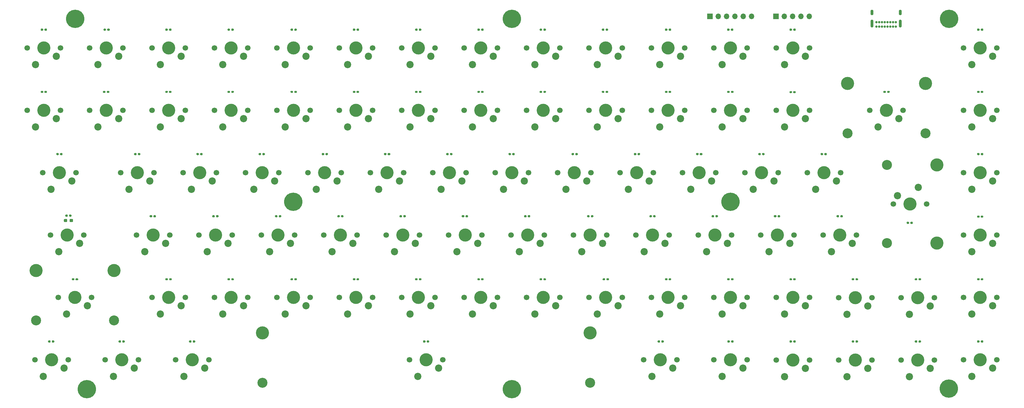
<source format=gbr>
%TF.GenerationSoftware,KiCad,Pcbnew,(5.1.9)-1*%
%TF.CreationDate,2021-03-14T17:48:21+01:00*%
%TF.ProjectId,mkb_01,6d6b625f-3031-42e6-9b69-6361645f7063,rev?*%
%TF.SameCoordinates,Original*%
%TF.FileFunction,Soldermask,Top*%
%TF.FilePolarity,Negative*%
%FSLAX46Y46*%
G04 Gerber Fmt 4.6, Leading zero omitted, Abs format (unit mm)*
G04 Created by KiCad (PCBNEW (5.1.9)-1) date 2021-03-14 17:48:21*
%MOMM*%
%LPD*%
G01*
G04 APERTURE LIST*
%ADD10C,2.200000*%
%ADD11C,4.000000*%
%ADD12C,1.700000*%
%ADD13C,3.050000*%
%ADD14R,1.700000X1.700000*%
%ADD15O,1.700000X1.700000*%
%ADD16C,0.700000*%
%ADD17O,0.900000X2.400000*%
%ADD18O,0.900000X1.700000*%
%ADD19C,3.600000*%
%ADD20C,5.600000*%
G04 APERTURE END LIST*
D10*
%TO.C,F2*%
X100300000Y-73700000D03*
X106650000Y-71160000D03*
D11*
X102840000Y-68620000D03*
D12*
X107920000Y-68620000D03*
X97760000Y-68620000D03*
%TD*%
D10*
%TO.C,^1*%
X62200000Y-92750000D03*
X68550000Y-90210000D03*
D11*
X64740000Y-87670000D03*
D12*
X69820000Y-87670000D03*
X59660000Y-87670000D03*
%TD*%
%TO.C,A1*%
X93010000Y-125770000D03*
X103170000Y-125770000D03*
D11*
X98090000Y-125770000D03*
D10*
X101900000Y-128310000D03*
X95550000Y-130850000D03*
%TD*%
%TO.C,ALT1*%
X107470000Y-168950000D03*
X113820000Y-166410000D03*
D11*
X110010000Y-163870000D03*
D12*
X115090000Y-163870000D03*
X104930000Y-163870000D03*
%TD*%
D10*
%TO.C,ALTGR1*%
X250350000Y-168950000D03*
X256700000Y-166410000D03*
D11*
X252890000Y-163870000D03*
D12*
X257970000Y-163870000D03*
X247810000Y-163870000D03*
%TD*%
D10*
%TO.C,B1*%
X195545000Y-149900000D03*
X201895000Y-147360000D03*
D11*
X198085000Y-144820000D03*
D12*
X203165000Y-144820000D03*
X193005000Y-144820000D03*
%TD*%
%TO.C,BACKSLASH1*%
X288260000Y-87670000D03*
X298420000Y-87670000D03*
D11*
X293340000Y-87670000D03*
D10*
X297150000Y-90210000D03*
X290800000Y-92750000D03*
%TD*%
%TO.C,BACKSPACE1*%
X319375000Y-92750000D03*
X325725000Y-90210000D03*
D11*
X321915000Y-87670000D03*
D12*
X326995000Y-87670000D03*
X316835000Y-87670000D03*
D11*
X310015000Y-79430000D03*
X333815000Y-79430000D03*
D13*
X333815000Y-94670000D03*
X310015000Y-94670000D03*
%TD*%
D12*
%TO.C,C8*%
X154905000Y-144820000D03*
X165065000Y-144820000D03*
D11*
X159985000Y-144820000D03*
D10*
X163795000Y-147360000D03*
X157445000Y-149900000D03*
%TD*%
%TO.C,CAPS1*%
X69350000Y-130850000D03*
X75700000Y-128310000D03*
D11*
X71890000Y-125770000D03*
D12*
X76970000Y-125770000D03*
X66810000Y-125770000D03*
%TD*%
%TO.C,COMMA1*%
X250155000Y-144820000D03*
X260315000Y-144820000D03*
D11*
X255235000Y-144820000D03*
D10*
X259045000Y-147360000D03*
X252695000Y-149900000D03*
%TD*%
%TO.C,D18*%
X133650000Y-130850000D03*
X140000000Y-128310000D03*
D11*
X136190000Y-125770000D03*
D12*
X141270000Y-125770000D03*
X131110000Y-125770000D03*
%TD*%
%TO.C,DEL1*%
X345410000Y-68620000D03*
X355570000Y-68620000D03*
D11*
X350490000Y-68620000D03*
D10*
X354300000Y-71160000D03*
X347950000Y-73700000D03*
%TD*%
%TO.C,DOWN1*%
X309855000Y-168960000D03*
X316205000Y-166420000D03*
D11*
X312395000Y-163880000D03*
D12*
X317475000Y-163880000D03*
X307315000Y-163880000D03*
%TD*%
D10*
%TO.C,E1*%
X128875000Y-111800000D03*
X135225000Y-109260000D03*
D11*
X131415000Y-106720000D03*
D12*
X136495000Y-106720000D03*
X126335000Y-106720000D03*
%TD*%
D10*
%TO.C,EIGHT1*%
X214600000Y-92750000D03*
X220950000Y-90210000D03*
D11*
X217140000Y-87670000D03*
D12*
X222220000Y-87670000D03*
X212060000Y-87670000D03*
%TD*%
%TO.C,END1*%
X345410000Y-125770000D03*
X355570000Y-125770000D03*
D11*
X350490000Y-125770000D03*
D10*
X354300000Y-128310000D03*
X347950000Y-130850000D03*
%TD*%
%TO.C,ENTER1*%
X331600000Y-111175000D03*
X325250000Y-113715000D03*
D11*
X329060000Y-116255000D03*
D12*
X323980000Y-116255000D03*
X334140000Y-116255000D03*
D11*
X337300000Y-104355000D03*
X337300000Y-128155000D03*
D13*
X322060000Y-128155000D03*
X322060000Y-104355000D03*
%TD*%
D12*
%TO.C,ESC1*%
X59660000Y-68620000D03*
X69820000Y-68620000D03*
D11*
X64740000Y-68620000D03*
D10*
X68550000Y-71160000D03*
X62200000Y-73700000D03*
%TD*%
%TO.C,F1*%
X81250000Y-73700000D03*
X87600000Y-71160000D03*
D11*
X83790000Y-68620000D03*
D12*
X88870000Y-68620000D03*
X78710000Y-68620000D03*
%TD*%
D10*
%TO.C,F3*%
X119350000Y-73700000D03*
X125700000Y-71160000D03*
D11*
X121890000Y-68620000D03*
D12*
X126970000Y-68620000D03*
X116810000Y-68620000D03*
%TD*%
%TO.C,F4*%
X135860000Y-68620000D03*
X146020000Y-68620000D03*
D11*
X140940000Y-68620000D03*
D10*
X144750000Y-71160000D03*
X138400000Y-73700000D03*
%TD*%
D12*
%TO.C,F5*%
X154910000Y-68620000D03*
X165070000Y-68620000D03*
D11*
X159990000Y-68620000D03*
D10*
X163800000Y-71160000D03*
X157450000Y-73700000D03*
%TD*%
D12*
%TO.C,F6*%
X173960000Y-68620000D03*
X184120000Y-68620000D03*
D11*
X179040000Y-68620000D03*
D10*
X182850000Y-71160000D03*
X176500000Y-73700000D03*
%TD*%
%TO.C,F7*%
X195550000Y-73700000D03*
X201900000Y-71160000D03*
D11*
X198090000Y-68620000D03*
D12*
X203170000Y-68620000D03*
X193010000Y-68620000D03*
%TD*%
%TO.C,F8*%
X212060000Y-68620000D03*
X222220000Y-68620000D03*
D11*
X217140000Y-68620000D03*
D10*
X220950000Y-71160000D03*
X214600000Y-73700000D03*
%TD*%
%TO.C,F9*%
X233650000Y-73700000D03*
X240000000Y-71160000D03*
D11*
X236190000Y-68620000D03*
D12*
X241270000Y-68620000D03*
X231110000Y-68620000D03*
%TD*%
%TO.C,F10*%
X250160000Y-68620000D03*
X260320000Y-68620000D03*
D11*
X255240000Y-68620000D03*
D10*
X259050000Y-71160000D03*
X252700000Y-73700000D03*
%TD*%
D12*
%TO.C,F11*%
X269210000Y-68620000D03*
X279370000Y-68620000D03*
D11*
X274290000Y-68620000D03*
D10*
X278100000Y-71160000D03*
X271750000Y-73700000D03*
%TD*%
%TO.C,F12*%
X290800000Y-73700000D03*
X297150000Y-71160000D03*
D11*
X293340000Y-68620000D03*
D12*
X298420000Y-68620000D03*
X288260000Y-68620000D03*
%TD*%
%TO.C,F13*%
X150160000Y-125770000D03*
X160320000Y-125770000D03*
D11*
X155240000Y-125770000D03*
D10*
X159050000Y-128310000D03*
X152700000Y-130850000D03*
%TD*%
D12*
%TO.C,FIVE1*%
X154910000Y-87670000D03*
X165070000Y-87670000D03*
D11*
X159990000Y-87670000D03*
D10*
X163800000Y-90210000D03*
X157450000Y-92750000D03*
%TD*%
%TO.C,FOUR1*%
X138400000Y-92750000D03*
X144750000Y-90210000D03*
D11*
X140940000Y-87670000D03*
D12*
X146020000Y-87670000D03*
X135860000Y-87670000D03*
%TD*%
%TO.C,G1*%
X169210000Y-125770000D03*
X179370000Y-125770000D03*
D11*
X174290000Y-125770000D03*
D10*
X178100000Y-128310000D03*
X171750000Y-130850000D03*
%TD*%
%TO.C,GREATER1*%
X100295000Y-149900000D03*
X106645000Y-147360000D03*
D11*
X102835000Y-144820000D03*
D12*
X107915000Y-144820000D03*
X97755000Y-144820000D03*
%TD*%
D10*
%TO.C,H1*%
X190800000Y-130850000D03*
X197150000Y-128310000D03*
D11*
X193340000Y-125770000D03*
D12*
X198420000Y-125770000D03*
X188260000Y-125770000D03*
%TD*%
%TO.C,HASH1*%
X302560000Y-125770000D03*
X312720000Y-125770000D03*
D11*
X307640000Y-125770000D03*
D10*
X311450000Y-128310000D03*
X305100000Y-130850000D03*
%TD*%
D12*
%TO.C,I1*%
X221585000Y-106720000D03*
X231745000Y-106720000D03*
D11*
X226665000Y-106720000D03*
D10*
X230475000Y-109260000D03*
X224125000Y-111800000D03*
%TD*%
%TO.C,J2*%
X209850000Y-130850000D03*
X216200000Y-128310000D03*
D11*
X212390000Y-125770000D03*
D12*
X217470000Y-125770000D03*
X207310000Y-125770000D03*
%TD*%
%TO.C,K1*%
X226360000Y-125770000D03*
X236520000Y-125770000D03*
D11*
X231440000Y-125770000D03*
D10*
X235250000Y-128310000D03*
X228900000Y-130850000D03*
%TD*%
D12*
%TO.C,L1*%
X245410000Y-125770000D03*
X255570000Y-125770000D03*
D11*
X250490000Y-125770000D03*
D10*
X254300000Y-128310000D03*
X247950000Y-130850000D03*
%TD*%
%TO.C,LEFT1*%
X290800000Y-168960000D03*
X297150000Y-166420000D03*
D11*
X293340000Y-163880000D03*
D12*
X298420000Y-163880000D03*
X288260000Y-163880000D03*
%TD*%
%TO.C,LINE1*%
X288255000Y-144820000D03*
X298415000Y-144820000D03*
D11*
X293335000Y-144820000D03*
D10*
X297145000Y-147360000D03*
X290795000Y-149900000D03*
%TD*%
%TO.C,M1*%
X233645000Y-149900000D03*
X239995000Y-147360000D03*
D11*
X236185000Y-144820000D03*
D12*
X241265000Y-144820000D03*
X231105000Y-144820000D03*
%TD*%
%TO.C,N1*%
X212055000Y-144820000D03*
X222215000Y-144820000D03*
D11*
X217135000Y-144820000D03*
D10*
X220945000Y-147360000D03*
X214595000Y-149900000D03*
%TD*%
D12*
%TO.C,NINE1*%
X231110000Y-87670000D03*
X241270000Y-87670000D03*
D11*
X236190000Y-87670000D03*
D10*
X240000000Y-90210000D03*
X233650000Y-92750000D03*
%TD*%
D12*
%TO.C,O1*%
X240635000Y-106720000D03*
X250795000Y-106720000D03*
D11*
X245715000Y-106720000D03*
D10*
X249525000Y-109260000D03*
X243175000Y-111800000D03*
%TD*%
D12*
%TO.C,ONE1*%
X78710000Y-87670000D03*
X88870000Y-87670000D03*
D11*
X83790000Y-87670000D03*
D10*
X87600000Y-90210000D03*
X81250000Y-92750000D03*
%TD*%
%TO.C,P1*%
X262225000Y-111800000D03*
X268575000Y-109260000D03*
D11*
X264765000Y-106720000D03*
D12*
X269845000Y-106720000D03*
X259685000Y-106720000D03*
%TD*%
%TO.C,PLUS1*%
X297785000Y-106720000D03*
X307945000Y-106720000D03*
D11*
X302865000Y-106720000D03*
D10*
X306675000Y-109260000D03*
X300325000Y-111800000D03*
%TD*%
%TO.C,POINT1*%
X271745000Y-149900000D03*
X278095000Y-147360000D03*
D11*
X274285000Y-144820000D03*
D12*
X279365000Y-144820000D03*
X269205000Y-144820000D03*
%TD*%
%TO.C,POS1*%
X345410000Y-106720000D03*
X355570000Y-106720000D03*
D11*
X350490000Y-106720000D03*
D10*
X354300000Y-109260000D03*
X347950000Y-111800000D03*
%TD*%
%TO.C,PRINT1*%
X347950000Y-92750000D03*
X354300000Y-90210000D03*
D11*
X350490000Y-87670000D03*
D12*
X355570000Y-87670000D03*
X345410000Y-87670000D03*
%TD*%
%TO.C,Q1*%
X88235000Y-106720000D03*
X98395000Y-106720000D03*
D11*
X93315000Y-106720000D03*
D10*
X97125000Y-109260000D03*
X90775000Y-111800000D03*
%TD*%
D12*
%TO.C,R4*%
X145385000Y-106720000D03*
X155545000Y-106720000D03*
D11*
X150465000Y-106720000D03*
D10*
X154275000Y-109260000D03*
X147925000Y-111800000D03*
%TD*%
D12*
%TO.C,RIGHT1*%
X326365000Y-163880000D03*
X336525000Y-163880000D03*
D11*
X331445000Y-163880000D03*
D10*
X335255000Y-166420000D03*
X328905000Y-168960000D03*
%TD*%
%TO.C,S1*%
X114600000Y-130850000D03*
X120950000Y-128310000D03*
D11*
X117140000Y-125770000D03*
D12*
X122220000Y-125770000D03*
X112060000Y-125770000D03*
%TD*%
%TO.C,SEVEN1*%
X193010000Y-87670000D03*
X203170000Y-87670000D03*
D11*
X198090000Y-87670000D03*
D10*
X201900000Y-90210000D03*
X195550000Y-92750000D03*
%TD*%
%TO.C,SIX1*%
X176500000Y-92750000D03*
X182850000Y-90210000D03*
D11*
X179040000Y-87670000D03*
D12*
X184120000Y-87670000D03*
X173960000Y-87670000D03*
%TD*%
D10*
%TO.C,SPACE1*%
X178910000Y-168950000D03*
X185260000Y-166410000D03*
D11*
X181450000Y-163870000D03*
D12*
X186530000Y-163870000D03*
X176370000Y-163870000D03*
D11*
X131450000Y-155630000D03*
X231450000Y-155630000D03*
D13*
X231450000Y-170870000D03*
X131450000Y-170870000D03*
%TD*%
D14*
%TO.C,SWD_CONN1*%
X288200000Y-58900000D03*
D15*
X290740000Y-58900000D03*
X293280000Y-58900000D03*
X295820000Y-58900000D03*
X298360000Y-58900000D03*
%TD*%
D12*
%TO.C,T1*%
X164435000Y-106720000D03*
X174595000Y-106720000D03*
D11*
X169515000Y-106720000D03*
D10*
X173325000Y-109260000D03*
X166975000Y-111800000D03*
%TD*%
D12*
%TO.C,TAB1*%
X64420000Y-106720000D03*
X74580000Y-106720000D03*
D11*
X69500000Y-106720000D03*
D10*
X73310000Y-109260000D03*
X66960000Y-111800000D03*
%TD*%
%TO.C,THREE1*%
X119350000Y-92750000D03*
X125700000Y-90210000D03*
D11*
X121890000Y-87670000D03*
D12*
X126970000Y-87670000D03*
X116810000Y-87670000D03*
%TD*%
D10*
%TO.C,TWO1*%
X100300000Y-92750000D03*
X106650000Y-90210000D03*
D11*
X102840000Y-87670000D03*
D12*
X107920000Y-87670000D03*
X97760000Y-87670000D03*
%TD*%
D10*
%TO.C,U3*%
X205075000Y-111800000D03*
X211425000Y-109260000D03*
D11*
X207615000Y-106720000D03*
D12*
X212695000Y-106720000D03*
X202535000Y-106720000D03*
%TD*%
%TO.C,UP1*%
X307310000Y-144830000D03*
X317470000Y-144830000D03*
D11*
X312390000Y-144830000D03*
D10*
X316200000Y-147370000D03*
X309850000Y-149910000D03*
%TD*%
D14*
%TO.C,USART_1_CONN1*%
X268000000Y-58900000D03*
D15*
X270540000Y-58900000D03*
X273080000Y-58900000D03*
X275620000Y-58900000D03*
X278160000Y-58900000D03*
X280700000Y-58900000D03*
%TD*%
D10*
%TO.C,V1*%
X176495000Y-149900000D03*
X182845000Y-147360000D03*
D11*
X179035000Y-144820000D03*
D12*
X184115000Y-144820000D03*
X173955000Y-144820000D03*
%TD*%
D10*
%TO.C,W1*%
X109825000Y-111800000D03*
X116175000Y-109260000D03*
D11*
X112365000Y-106720000D03*
D12*
X117445000Y-106720000D03*
X107285000Y-106720000D03*
%TD*%
%TO.C,X1*%
X135855000Y-144820000D03*
X146015000Y-144820000D03*
D11*
X140935000Y-144820000D03*
D10*
X144745000Y-147360000D03*
X138395000Y-149900000D03*
%TD*%
%TO.C,Y1*%
X119345000Y-149900000D03*
X125695000Y-147360000D03*
D11*
X121885000Y-144820000D03*
D12*
X126965000Y-144820000D03*
X116805000Y-144820000D03*
%TD*%
D10*
%TO.C,Z1*%
X186025000Y-111800000D03*
X192375000Y-109260000D03*
D11*
X188565000Y-106720000D03*
D12*
X193645000Y-106720000D03*
X183485000Y-106720000D03*
%TD*%
D10*
%TO.C,ZERO1*%
X252700000Y-92750000D03*
X259050000Y-90210000D03*
D11*
X255240000Y-87670000D03*
D12*
X260320000Y-87670000D03*
X250160000Y-87670000D03*
%TD*%
D10*
%TO.C,\u00DF11111*%
X271750000Y-92750000D03*
X278100000Y-90210000D03*
D11*
X274290000Y-87670000D03*
D12*
X279370000Y-87670000D03*
X269210000Y-87670000D03*
%TD*%
D10*
%TO.C,\u00C411111*%
X286050000Y-130850000D03*
X292400000Y-128310000D03*
D11*
X288590000Y-125770000D03*
D12*
X293670000Y-125770000D03*
X283510000Y-125770000D03*
%TD*%
D10*
%TO.C,\u00D611111*%
X267000000Y-130850000D03*
X273350000Y-128310000D03*
D11*
X269540000Y-125770000D03*
D12*
X274620000Y-125770000D03*
X264460000Y-125770000D03*
%TD*%
D10*
%TO.C,\u00DC11111*%
X281275000Y-111800000D03*
X287625000Y-109260000D03*
D11*
X283815000Y-106720000D03*
D12*
X288895000Y-106720000D03*
X278735000Y-106720000D03*
%TD*%
D10*
%TO.C,STRG1*%
X64600000Y-168950000D03*
X70950000Y-166410000D03*
D11*
X67140000Y-163870000D03*
D12*
X72220000Y-163870000D03*
X62060000Y-163870000D03*
%TD*%
%TO.C,D80*%
G36*
G01*
X137205000Y-119840000D02*
X137205000Y-120160000D01*
G75*
G02*
X137045000Y-120320000I-160000J0D01*
G01*
X136600000Y-120320000D01*
G75*
G02*
X136440000Y-120160000I0J160000D01*
G01*
X136440000Y-119840000D01*
G75*
G02*
X136600000Y-119680000I160000J0D01*
G01*
X137045000Y-119680000D01*
G75*
G02*
X137205000Y-119840000I0J-160000D01*
G01*
G37*
G36*
G01*
X136060000Y-119840000D02*
X136060000Y-120160000D01*
G75*
G02*
X135900000Y-120320000I-160000J0D01*
G01*
X135455000Y-120320000D01*
G75*
G02*
X135295000Y-120160000I0J160000D01*
G01*
X135295000Y-119840000D01*
G75*
G02*
X135455000Y-119680000I160000J0D01*
G01*
X135900000Y-119680000D01*
G75*
G02*
X136060000Y-119840000I0J-160000D01*
G01*
G37*
%TD*%
%TO.C,D81*%
G36*
G01*
X213205000Y-119840000D02*
X213205000Y-120160000D01*
G75*
G02*
X213045000Y-120320000I-160000J0D01*
G01*
X212600000Y-120320000D01*
G75*
G02*
X212440000Y-120160000I0J160000D01*
G01*
X212440000Y-119840000D01*
G75*
G02*
X212600000Y-119680000I160000J0D01*
G01*
X213045000Y-119680000D01*
G75*
G02*
X213205000Y-119840000I0J-160000D01*
G01*
G37*
G36*
G01*
X212060000Y-119840000D02*
X212060000Y-120160000D01*
G75*
G02*
X211900000Y-120320000I-160000J0D01*
G01*
X211455000Y-120320000D01*
G75*
G02*
X211295000Y-120160000I0J160000D01*
G01*
X211295000Y-119840000D01*
G75*
G02*
X211455000Y-119680000I160000J0D01*
G01*
X211900000Y-119680000D01*
G75*
G02*
X212060000Y-119840000I0J-160000D01*
G01*
G37*
%TD*%
%TO.C,D82*%
G36*
G01*
X94205000Y-100840000D02*
X94205000Y-101160000D01*
G75*
G02*
X94045000Y-101320000I-160000J0D01*
G01*
X93600000Y-101320000D01*
G75*
G02*
X93440000Y-101160000I0J160000D01*
G01*
X93440000Y-100840000D01*
G75*
G02*
X93600000Y-100680000I160000J0D01*
G01*
X94045000Y-100680000D01*
G75*
G02*
X94205000Y-100840000I0J-160000D01*
G01*
G37*
G36*
G01*
X93060000Y-100840000D02*
X93060000Y-101160000D01*
G75*
G02*
X92900000Y-101320000I-160000J0D01*
G01*
X92455000Y-101320000D01*
G75*
G02*
X92295000Y-101160000I0J160000D01*
G01*
X92295000Y-100840000D01*
G75*
G02*
X92455000Y-100680000I160000J0D01*
G01*
X92900000Y-100680000D01*
G75*
G02*
X93060000Y-100840000I0J-160000D01*
G01*
G37*
%TD*%
%TO.C,D83*%
G36*
G01*
X69310000Y-100840000D02*
X69310000Y-101160000D01*
G75*
G02*
X69150000Y-101320000I-160000J0D01*
G01*
X68705000Y-101320000D01*
G75*
G02*
X68545000Y-101160000I0J160000D01*
G01*
X68545000Y-100840000D01*
G75*
G02*
X68705000Y-100680000I160000J0D01*
G01*
X69150000Y-100680000D01*
G75*
G02*
X69310000Y-100840000I0J-160000D01*
G01*
G37*
G36*
G01*
X70455000Y-100840000D02*
X70455000Y-101160000D01*
G75*
G02*
X70295000Y-101320000I-160000J0D01*
G01*
X69850000Y-101320000D01*
G75*
G02*
X69690000Y-101160000I0J160000D01*
G01*
X69690000Y-100840000D01*
G75*
G02*
X69850000Y-100680000I160000J0D01*
G01*
X70295000Y-100680000D01*
G75*
G02*
X70455000Y-100840000I0J-160000D01*
G01*
G37*
%TD*%
%TO.C,D84*%
G36*
G01*
X256205000Y-81840000D02*
X256205000Y-82160000D01*
G75*
G02*
X256045000Y-82320000I-160000J0D01*
G01*
X255600000Y-82320000D01*
G75*
G02*
X255440000Y-82160000I0J160000D01*
G01*
X255440000Y-81840000D01*
G75*
G02*
X255600000Y-81680000I160000J0D01*
G01*
X256045000Y-81680000D01*
G75*
G02*
X256205000Y-81840000I0J-160000D01*
G01*
G37*
G36*
G01*
X255060000Y-81840000D02*
X255060000Y-82160000D01*
G75*
G02*
X254900000Y-82320000I-160000J0D01*
G01*
X254455000Y-82320000D01*
G75*
G02*
X254295000Y-82160000I0J160000D01*
G01*
X254295000Y-81840000D01*
G75*
G02*
X254455000Y-81680000I160000J0D01*
G01*
X254900000Y-81680000D01*
G75*
G02*
X255060000Y-81840000I0J-160000D01*
G01*
G37*
%TD*%
%TO.C,D85*%
G36*
G01*
X216810000Y-62840000D02*
X216810000Y-63160000D01*
G75*
G02*
X216650000Y-63320000I-160000J0D01*
G01*
X216205000Y-63320000D01*
G75*
G02*
X216045000Y-63160000I0J160000D01*
G01*
X216045000Y-62840000D01*
G75*
G02*
X216205000Y-62680000I160000J0D01*
G01*
X216650000Y-62680000D01*
G75*
G02*
X216810000Y-62840000I0J-160000D01*
G01*
G37*
G36*
G01*
X217955000Y-62840000D02*
X217955000Y-63160000D01*
G75*
G02*
X217795000Y-63320000I-160000J0D01*
G01*
X217350000Y-63320000D01*
G75*
G02*
X217190000Y-63160000I0J160000D01*
G01*
X217190000Y-62840000D01*
G75*
G02*
X217350000Y-62680000I160000J0D01*
G01*
X217795000Y-62680000D01*
G75*
G02*
X217955000Y-62840000I0J-160000D01*
G01*
G37*
%TD*%
%TO.C,D86*%
G36*
G01*
X349545000Y-82160000D02*
X349545000Y-81840000D01*
G75*
G02*
X349705000Y-81680000I160000J0D01*
G01*
X350150000Y-81680000D01*
G75*
G02*
X350310000Y-81840000I0J-160000D01*
G01*
X350310000Y-82160000D01*
G75*
G02*
X350150000Y-82320000I-160000J0D01*
G01*
X349705000Y-82320000D01*
G75*
G02*
X349545000Y-82160000I0J160000D01*
G01*
G37*
G36*
G01*
X350690000Y-82160000D02*
X350690000Y-81840000D01*
G75*
G02*
X350850000Y-81680000I160000J0D01*
G01*
X351295000Y-81680000D01*
G75*
G02*
X351455000Y-81840000I0J-160000D01*
G01*
X351455000Y-82160000D01*
G75*
G02*
X351295000Y-82320000I-160000J0D01*
G01*
X350850000Y-82320000D01*
G75*
G02*
X350690000Y-82160000I0J160000D01*
G01*
G37*
%TD*%
%TO.C,D87*%
G36*
G01*
X293060000Y-158090000D02*
X293060000Y-158410000D01*
G75*
G02*
X292900000Y-158570000I-160000J0D01*
G01*
X292455000Y-158570000D01*
G75*
G02*
X292295000Y-158410000I0J160000D01*
G01*
X292295000Y-158090000D01*
G75*
G02*
X292455000Y-157930000I160000J0D01*
G01*
X292900000Y-157930000D01*
G75*
G02*
X293060000Y-158090000I0J-160000D01*
G01*
G37*
G36*
G01*
X294205000Y-158090000D02*
X294205000Y-158410000D01*
G75*
G02*
X294045000Y-158570000I-160000J0D01*
G01*
X293600000Y-158570000D01*
G75*
G02*
X293440000Y-158410000I0J160000D01*
G01*
X293440000Y-158090000D01*
G75*
G02*
X293600000Y-157930000I160000J0D01*
G01*
X294045000Y-157930000D01*
G75*
G02*
X294205000Y-158090000I0J-160000D01*
G01*
G37*
%TD*%
%TO.C,D88*%
G36*
G01*
X178810000Y-81840000D02*
X178810000Y-82160000D01*
G75*
G02*
X178650000Y-82320000I-160000J0D01*
G01*
X178205000Y-82320000D01*
G75*
G02*
X178045000Y-82160000I0J160000D01*
G01*
X178045000Y-81840000D01*
G75*
G02*
X178205000Y-81680000I160000J0D01*
G01*
X178650000Y-81680000D01*
G75*
G02*
X178810000Y-81840000I0J-160000D01*
G01*
G37*
G36*
G01*
X179955000Y-81840000D02*
X179955000Y-82160000D01*
G75*
G02*
X179795000Y-82320000I-160000J0D01*
G01*
X179350000Y-82320000D01*
G75*
G02*
X179190000Y-82160000I0J160000D01*
G01*
X179190000Y-81840000D01*
G75*
G02*
X179350000Y-81680000I160000J0D01*
G01*
X179795000Y-81680000D01*
G75*
G02*
X179955000Y-81840000I0J-160000D01*
G01*
G37*
%TD*%
%TO.C,D89*%
G36*
G01*
X194205000Y-119840000D02*
X194205000Y-120160000D01*
G75*
G02*
X194045000Y-120320000I-160000J0D01*
G01*
X193600000Y-120320000D01*
G75*
G02*
X193440000Y-120160000I0J160000D01*
G01*
X193440000Y-119840000D01*
G75*
G02*
X193600000Y-119680000I160000J0D01*
G01*
X194045000Y-119680000D01*
G75*
G02*
X194205000Y-119840000I0J-160000D01*
G01*
G37*
G36*
G01*
X193060000Y-119840000D02*
X193060000Y-120160000D01*
G75*
G02*
X192900000Y-120320000I-160000J0D01*
G01*
X192455000Y-120320000D01*
G75*
G02*
X192295000Y-120160000I0J160000D01*
G01*
X192295000Y-119840000D01*
G75*
G02*
X192455000Y-119680000I160000J0D01*
G01*
X192900000Y-119680000D01*
G75*
G02*
X193060000Y-119840000I0J-160000D01*
G01*
G37*
%TD*%
%TO.C,D90*%
G36*
G01*
X103755000Y-139090000D02*
X103755000Y-139410000D01*
G75*
G02*
X103595000Y-139570000I-160000J0D01*
G01*
X103150000Y-139570000D01*
G75*
G02*
X102990000Y-139410000I0J160000D01*
G01*
X102990000Y-139090000D01*
G75*
G02*
X103150000Y-138930000I160000J0D01*
G01*
X103595000Y-138930000D01*
G75*
G02*
X103755000Y-139090000I0J-160000D01*
G01*
G37*
G36*
G01*
X102610000Y-139090000D02*
X102610000Y-139410000D01*
G75*
G02*
X102450000Y-139570000I-160000J0D01*
G01*
X102005000Y-139570000D01*
G75*
G02*
X101845000Y-139410000I0J160000D01*
G01*
X101845000Y-139090000D01*
G75*
G02*
X102005000Y-138930000I160000J0D01*
G01*
X102450000Y-138930000D01*
G75*
G02*
X102610000Y-139090000I0J-160000D01*
G01*
G37*
%TD*%
%TO.C,D91*%
G36*
G01*
X251455000Y-119840000D02*
X251455000Y-120160000D01*
G75*
G02*
X251295000Y-120320000I-160000J0D01*
G01*
X250850000Y-120320000D01*
G75*
G02*
X250690000Y-120160000I0J160000D01*
G01*
X250690000Y-119840000D01*
G75*
G02*
X250850000Y-119680000I160000J0D01*
G01*
X251295000Y-119680000D01*
G75*
G02*
X251455000Y-119840000I0J-160000D01*
G01*
G37*
G36*
G01*
X250310000Y-119840000D02*
X250310000Y-120160000D01*
G75*
G02*
X250150000Y-120320000I-160000J0D01*
G01*
X249705000Y-120320000D01*
G75*
G02*
X249545000Y-120160000I0J160000D01*
G01*
X249545000Y-119840000D01*
G75*
G02*
X249705000Y-119680000I160000J0D01*
G01*
X250150000Y-119680000D01*
G75*
G02*
X250310000Y-119840000I0J-160000D01*
G01*
G37*
%TD*%
%TO.C,D92*%
G36*
G01*
X293060000Y-81915001D02*
X293060000Y-82235001D01*
G75*
G02*
X292900000Y-82395001I-160000J0D01*
G01*
X292455000Y-82395001D01*
G75*
G02*
X292295000Y-82235001I0J160000D01*
G01*
X292295000Y-81915001D01*
G75*
G02*
X292455000Y-81755001I160000J0D01*
G01*
X292900000Y-81755001D01*
G75*
G02*
X293060000Y-81915001I0J-160000D01*
G01*
G37*
G36*
G01*
X294205000Y-81915001D02*
X294205000Y-82235001D01*
G75*
G02*
X294045000Y-82395001I-160000J0D01*
G01*
X293600000Y-82395001D01*
G75*
G02*
X293440000Y-82235001I0J160000D01*
G01*
X293440000Y-81915001D01*
G75*
G02*
X293600000Y-81755001I160000J0D01*
G01*
X294045000Y-81755001D01*
G75*
G02*
X294205000Y-81915001I0J-160000D01*
G01*
G37*
%TD*%
%TO.C,D93*%
G36*
G01*
X121560000Y-81840000D02*
X121560000Y-82160000D01*
G75*
G02*
X121400000Y-82320000I-160000J0D01*
G01*
X120955000Y-82320000D01*
G75*
G02*
X120795000Y-82160000I0J160000D01*
G01*
X120795000Y-81840000D01*
G75*
G02*
X120955000Y-81680000I160000J0D01*
G01*
X121400000Y-81680000D01*
G75*
G02*
X121560000Y-81840000I0J-160000D01*
G01*
G37*
G36*
G01*
X122705000Y-81840000D02*
X122705000Y-82160000D01*
G75*
G02*
X122545000Y-82320000I-160000J0D01*
G01*
X122100000Y-82320000D01*
G75*
G02*
X121940000Y-82160000I0J160000D01*
G01*
X121940000Y-81840000D01*
G75*
G02*
X122100000Y-81680000I160000J0D01*
G01*
X122545000Y-81680000D01*
G75*
G02*
X122705000Y-81840000I0J-160000D01*
G01*
G37*
%TD*%
%TO.C,D94*%
G36*
G01*
X351455000Y-158090000D02*
X351455000Y-158410000D01*
G75*
G02*
X351295000Y-158570000I-160000J0D01*
G01*
X350850000Y-158570000D01*
G75*
G02*
X350690000Y-158410000I0J160000D01*
G01*
X350690000Y-158090000D01*
G75*
G02*
X350850000Y-157930000I160000J0D01*
G01*
X351295000Y-157930000D01*
G75*
G02*
X351455000Y-158090000I0J-160000D01*
G01*
G37*
G36*
G01*
X350310000Y-158090000D02*
X350310000Y-158410000D01*
G75*
G02*
X350150000Y-158570000I-160000J0D01*
G01*
X349705000Y-158570000D01*
G75*
G02*
X349545000Y-158410000I0J160000D01*
G01*
X349545000Y-158090000D01*
G75*
G02*
X349705000Y-157930000I160000J0D01*
G01*
X350150000Y-157930000D01*
G75*
G02*
X350310000Y-158090000I0J-160000D01*
G01*
G37*
%TD*%
%TO.C,D95*%
G36*
G01*
X329190000Y-122160000D02*
X329190000Y-121840000D01*
G75*
G02*
X329350000Y-121680000I160000J0D01*
G01*
X329795000Y-121680000D01*
G75*
G02*
X329955000Y-121840000I0J-160000D01*
G01*
X329955000Y-122160000D01*
G75*
G02*
X329795000Y-122320000I-160000J0D01*
G01*
X329350000Y-122320000D01*
G75*
G02*
X329190000Y-122160000I0J160000D01*
G01*
G37*
G36*
G01*
X328045000Y-122160000D02*
X328045000Y-121840000D01*
G75*
G02*
X328205000Y-121680000I160000J0D01*
G01*
X328650000Y-121680000D01*
G75*
G02*
X328810000Y-121840000I0J-160000D01*
G01*
X328810000Y-122160000D01*
G75*
G02*
X328650000Y-122320000I-160000J0D01*
G01*
X328205000Y-122320000D01*
G75*
G02*
X328045000Y-122160000I0J160000D01*
G01*
G37*
%TD*%
%TO.C,D96*%
G36*
G01*
X293060000Y-62840000D02*
X293060000Y-63160000D01*
G75*
G02*
X292900000Y-63320000I-160000J0D01*
G01*
X292455000Y-63320000D01*
G75*
G02*
X292295000Y-63160000I0J160000D01*
G01*
X292295000Y-62840000D01*
G75*
G02*
X292455000Y-62680000I160000J0D01*
G01*
X292900000Y-62680000D01*
G75*
G02*
X293060000Y-62840000I0J-160000D01*
G01*
G37*
G36*
G01*
X294205000Y-62840000D02*
X294205000Y-63160000D01*
G75*
G02*
X294045000Y-63320000I-160000J0D01*
G01*
X293600000Y-63320000D01*
G75*
G02*
X293440000Y-63160000I0J160000D01*
G01*
X293440000Y-62840000D01*
G75*
G02*
X293600000Y-62680000I160000J0D01*
G01*
X294045000Y-62680000D01*
G75*
G02*
X294205000Y-62840000I0J-160000D01*
G01*
G37*
%TD*%
%TO.C,D97*%
G36*
G01*
X197810000Y-62840000D02*
X197810000Y-63160000D01*
G75*
G02*
X197650000Y-63320000I-160000J0D01*
G01*
X197205000Y-63320000D01*
G75*
G02*
X197045000Y-63160000I0J160000D01*
G01*
X197045000Y-62840000D01*
G75*
G02*
X197205000Y-62680000I160000J0D01*
G01*
X197650000Y-62680000D01*
G75*
G02*
X197810000Y-62840000I0J-160000D01*
G01*
G37*
G36*
G01*
X198955000Y-62840000D02*
X198955000Y-63160000D01*
G75*
G02*
X198795000Y-63320000I-160000J0D01*
G01*
X198350000Y-63320000D01*
G75*
G02*
X198190000Y-63160000I0J160000D01*
G01*
X198190000Y-62840000D01*
G75*
G02*
X198350000Y-62680000I160000J0D01*
G01*
X198795000Y-62680000D01*
G75*
G02*
X198955000Y-62840000I0J-160000D01*
G01*
G37*
%TD*%
%TO.C,D98*%
G36*
G01*
X332455000Y-158090000D02*
X332455000Y-158410000D01*
G75*
G02*
X332295000Y-158570000I-160000J0D01*
G01*
X331850000Y-158570000D01*
G75*
G02*
X331690000Y-158410000I0J160000D01*
G01*
X331690000Y-158090000D01*
G75*
G02*
X331850000Y-157930000I160000J0D01*
G01*
X332295000Y-157930000D01*
G75*
G02*
X332455000Y-158090000I0J-160000D01*
G01*
G37*
G36*
G01*
X331310000Y-158090000D02*
X331310000Y-158410000D01*
G75*
G02*
X331150000Y-158570000I-160000J0D01*
G01*
X330705000Y-158570000D01*
G75*
G02*
X330545000Y-158410000I0J160000D01*
G01*
X330545000Y-158090000D01*
G75*
G02*
X330705000Y-157930000I160000J0D01*
G01*
X331150000Y-157930000D01*
G75*
G02*
X331310000Y-158090000I0J-160000D01*
G01*
G37*
%TD*%
%TO.C,D99*%
G36*
G01*
X307435001Y-119840000D02*
X307435001Y-120160000D01*
G75*
G02*
X307275001Y-120320000I-160000J0D01*
G01*
X306830001Y-120320000D01*
G75*
G02*
X306670001Y-120160000I0J160000D01*
G01*
X306670001Y-119840000D01*
G75*
G02*
X306830001Y-119680000I160000J0D01*
G01*
X307275001Y-119680000D01*
G75*
G02*
X307435001Y-119840000I0J-160000D01*
G01*
G37*
G36*
G01*
X308580001Y-119840000D02*
X308580001Y-120160000D01*
G75*
G02*
X308420001Y-120320000I-160000J0D01*
G01*
X307975001Y-120320000D01*
G75*
G02*
X307815001Y-120160000I0J160000D01*
G01*
X307815001Y-119840000D01*
G75*
G02*
X307975001Y-119680000I160000J0D01*
G01*
X308420001Y-119680000D01*
G75*
G02*
X308580001Y-119840000I0J-160000D01*
G01*
G37*
%TD*%
%TO.C,D100*%
G36*
G01*
X231310000Y-119840000D02*
X231310000Y-120160000D01*
G75*
G02*
X231150000Y-120320000I-160000J0D01*
G01*
X230705000Y-120320000D01*
G75*
G02*
X230545000Y-120160000I0J160000D01*
G01*
X230545000Y-119840000D01*
G75*
G02*
X230705000Y-119680000I160000J0D01*
G01*
X231150000Y-119680000D01*
G75*
G02*
X231310000Y-119840000I0J-160000D01*
G01*
G37*
G36*
G01*
X232455000Y-119840000D02*
X232455000Y-120160000D01*
G75*
G02*
X232295000Y-120320000I-160000J0D01*
G01*
X231850000Y-120320000D01*
G75*
G02*
X231690000Y-120160000I0J160000D01*
G01*
X231690000Y-119840000D01*
G75*
G02*
X231850000Y-119680000I160000J0D01*
G01*
X232295000Y-119680000D01*
G75*
G02*
X232455000Y-119840000I0J-160000D01*
G01*
G37*
%TD*%
%TO.C,D101*%
G36*
G01*
X159810000Y-62840000D02*
X159810000Y-63160000D01*
G75*
G02*
X159650000Y-63320000I-160000J0D01*
G01*
X159205000Y-63320000D01*
G75*
G02*
X159045000Y-63160000I0J160000D01*
G01*
X159045000Y-62840000D01*
G75*
G02*
X159205000Y-62680000I160000J0D01*
G01*
X159650000Y-62680000D01*
G75*
G02*
X159810000Y-62840000I0J-160000D01*
G01*
G37*
G36*
G01*
X160955000Y-62840000D02*
X160955000Y-63160000D01*
G75*
G02*
X160795000Y-63320000I-160000J0D01*
G01*
X160350000Y-63320000D01*
G75*
G02*
X160190000Y-63160000I0J160000D01*
G01*
X160190000Y-62840000D01*
G75*
G02*
X160350000Y-62680000I160000J0D01*
G01*
X160795000Y-62680000D01*
G75*
G02*
X160955000Y-62840000I0J-160000D01*
G01*
G37*
%TD*%
%TO.C,D102*%
G36*
G01*
X253955000Y-158090000D02*
X253955000Y-158410000D01*
G75*
G02*
X253795000Y-158570000I-160000J0D01*
G01*
X253350000Y-158570000D01*
G75*
G02*
X253190000Y-158410000I0J160000D01*
G01*
X253190000Y-158090000D01*
G75*
G02*
X253350000Y-157930000I160000J0D01*
G01*
X253795000Y-157930000D01*
G75*
G02*
X253955000Y-158090000I0J-160000D01*
G01*
G37*
G36*
G01*
X252810000Y-158090000D02*
X252810000Y-158410000D01*
G75*
G02*
X252650000Y-158570000I-160000J0D01*
G01*
X252205000Y-158570000D01*
G75*
G02*
X252045000Y-158410000I0J160000D01*
G01*
X252045000Y-158090000D01*
G75*
G02*
X252205000Y-157930000I160000J0D01*
G01*
X252650000Y-157930000D01*
G75*
G02*
X252810000Y-158090000I0J-160000D01*
G01*
G37*
%TD*%
%TO.C,D103*%
G36*
G01*
X351455000Y-139090000D02*
X351455000Y-139410000D01*
G75*
G02*
X351295000Y-139570000I-160000J0D01*
G01*
X350850000Y-139570000D01*
G75*
G02*
X350690000Y-139410000I0J160000D01*
G01*
X350690000Y-139090000D01*
G75*
G02*
X350850000Y-138930000I160000J0D01*
G01*
X351295000Y-138930000D01*
G75*
G02*
X351455000Y-139090000I0J-160000D01*
G01*
G37*
G36*
G01*
X350310000Y-139090000D02*
X350310000Y-139410000D01*
G75*
G02*
X350150000Y-139570000I-160000J0D01*
G01*
X349705000Y-139570000D01*
G75*
G02*
X349545000Y-139410000I0J160000D01*
G01*
X349545000Y-139090000D01*
G75*
G02*
X349705000Y-138930000I160000J0D01*
G01*
X350150000Y-138930000D01*
G75*
G02*
X350310000Y-139090000I0J-160000D01*
G01*
G37*
%TD*%
%TO.C,D104*%
G36*
G01*
X256205000Y-62840000D02*
X256205000Y-63160000D01*
G75*
G02*
X256045000Y-63320000I-160000J0D01*
G01*
X255600000Y-63320000D01*
G75*
G02*
X255440000Y-63160000I0J160000D01*
G01*
X255440000Y-62840000D01*
G75*
G02*
X255600000Y-62680000I160000J0D01*
G01*
X256045000Y-62680000D01*
G75*
G02*
X256205000Y-62840000I0J-160000D01*
G01*
G37*
G36*
G01*
X255060000Y-62840000D02*
X255060000Y-63160000D01*
G75*
G02*
X254900000Y-63320000I-160000J0D01*
G01*
X254455000Y-63320000D01*
G75*
G02*
X254295000Y-63160000I0J160000D01*
G01*
X254295000Y-62840000D01*
G75*
G02*
X254455000Y-62680000I160000J0D01*
G01*
X254900000Y-62680000D01*
G75*
G02*
X255060000Y-62840000I0J-160000D01*
G01*
G37*
%TD*%
%TO.C,D105*%
G36*
G01*
X160955000Y-81840000D02*
X160955000Y-82160000D01*
G75*
G02*
X160795000Y-82320000I-160000J0D01*
G01*
X160350000Y-82320000D01*
G75*
G02*
X160190000Y-82160000I0J160000D01*
G01*
X160190000Y-81840000D01*
G75*
G02*
X160350000Y-81680000I160000J0D01*
G01*
X160795000Y-81680000D01*
G75*
G02*
X160955000Y-81840000I0J-160000D01*
G01*
G37*
G36*
G01*
X159810000Y-81840000D02*
X159810000Y-82160000D01*
G75*
G02*
X159650000Y-82320000I-160000J0D01*
G01*
X159205000Y-82320000D01*
G75*
G02*
X159045000Y-82160000I0J160000D01*
G01*
X159045000Y-81840000D01*
G75*
G02*
X159205000Y-81680000I160000J0D01*
G01*
X159650000Y-81680000D01*
G75*
G02*
X159810000Y-81840000I0J-160000D01*
G01*
G37*
%TD*%
%TO.C,D106*%
G36*
G01*
X181210000Y-158090000D02*
X181210000Y-158410000D01*
G75*
G02*
X181050000Y-158570000I-160000J0D01*
G01*
X180605000Y-158570000D01*
G75*
G02*
X180445000Y-158410000I0J160000D01*
G01*
X180445000Y-158090000D01*
G75*
G02*
X180605000Y-157930000I160000J0D01*
G01*
X181050000Y-157930000D01*
G75*
G02*
X181210000Y-158090000I0J-160000D01*
G01*
G37*
G36*
G01*
X182355000Y-158090000D02*
X182355000Y-158410000D01*
G75*
G02*
X182195000Y-158570000I-160000J0D01*
G01*
X181750000Y-158570000D01*
G75*
G02*
X181590000Y-158410000I0J160000D01*
G01*
X181590000Y-158090000D01*
G75*
G02*
X181750000Y-157930000I160000J0D01*
G01*
X182195000Y-157930000D01*
G75*
G02*
X182355000Y-158090000I0J-160000D01*
G01*
G37*
%TD*%
%TO.C,D107*%
G36*
G01*
X73650000Y-121062500D02*
X73650000Y-121537500D01*
G75*
G02*
X73412500Y-121775000I-237500J0D01*
G01*
X72837500Y-121775000D01*
G75*
G02*
X72600000Y-121537500I0J237500D01*
G01*
X72600000Y-121062500D01*
G75*
G02*
X72837500Y-120825000I237500J0D01*
G01*
X73412500Y-120825000D01*
G75*
G02*
X73650000Y-121062500I0J-237500D01*
G01*
G37*
G36*
G01*
X71900000Y-121062500D02*
X71900000Y-121537500D01*
G75*
G02*
X71662500Y-121775000I-237500J0D01*
G01*
X71087500Y-121775000D01*
G75*
G02*
X70850000Y-121537500I0J237500D01*
G01*
X70850000Y-121062500D01*
G75*
G02*
X71087500Y-120825000I237500J0D01*
G01*
X71662500Y-120825000D01*
G75*
G02*
X71900000Y-121062500I0J-237500D01*
G01*
G37*
%TD*%
%TO.C,D108*%
G36*
G01*
X275205000Y-139090000D02*
X275205000Y-139410000D01*
G75*
G02*
X275045000Y-139570000I-160000J0D01*
G01*
X274600000Y-139570000D01*
G75*
G02*
X274440000Y-139410000I0J160000D01*
G01*
X274440000Y-139090000D01*
G75*
G02*
X274600000Y-138930000I160000J0D01*
G01*
X275045000Y-138930000D01*
G75*
G02*
X275205000Y-139090000I0J-160000D01*
G01*
G37*
G36*
G01*
X274060000Y-139090000D02*
X274060000Y-139410000D01*
G75*
G02*
X273900000Y-139570000I-160000J0D01*
G01*
X273455000Y-139570000D01*
G75*
G02*
X273295000Y-139410000I0J160000D01*
G01*
X273295000Y-139090000D01*
G75*
G02*
X273455000Y-138930000I160000J0D01*
G01*
X273900000Y-138930000D01*
G75*
G02*
X274060000Y-139090000I0J-160000D01*
G01*
G37*
%TD*%
%TO.C,D109*%
G36*
G01*
X350310000Y-119940000D02*
X350310000Y-120260000D01*
G75*
G02*
X350150000Y-120420000I-160000J0D01*
G01*
X349705000Y-120420000D01*
G75*
G02*
X349545000Y-120260000I0J160000D01*
G01*
X349545000Y-119940000D01*
G75*
G02*
X349705000Y-119780000I160000J0D01*
G01*
X350150000Y-119780000D01*
G75*
G02*
X350310000Y-119940000I0J-160000D01*
G01*
G37*
G36*
G01*
X351455000Y-119940000D02*
X351455000Y-120260000D01*
G75*
G02*
X351295000Y-120420000I-160000J0D01*
G01*
X350850000Y-120420000D01*
G75*
G02*
X350690000Y-120260000I0J160000D01*
G01*
X350690000Y-119940000D01*
G75*
G02*
X350850000Y-119780000I160000J0D01*
G01*
X351295000Y-119780000D01*
G75*
G02*
X351455000Y-119940000I0J-160000D01*
G01*
G37*
%TD*%
%TO.C,D110*%
G36*
G01*
X66810000Y-158090000D02*
X66810000Y-158410000D01*
G75*
G02*
X66650000Y-158570000I-160000J0D01*
G01*
X66205000Y-158570000D01*
G75*
G02*
X66045000Y-158410000I0J160000D01*
G01*
X66045000Y-158090000D01*
G75*
G02*
X66205000Y-157930000I160000J0D01*
G01*
X66650000Y-157930000D01*
G75*
G02*
X66810000Y-158090000I0J-160000D01*
G01*
G37*
G36*
G01*
X67955000Y-158090000D02*
X67955000Y-158410000D01*
G75*
G02*
X67795000Y-158570000I-160000J0D01*
G01*
X67350000Y-158570000D01*
G75*
G02*
X67190000Y-158410000I0J160000D01*
G01*
X67190000Y-158090000D01*
G75*
G02*
X67350000Y-157930000I160000J0D01*
G01*
X67795000Y-157930000D01*
G75*
G02*
X67955000Y-158090000I0J-160000D01*
G01*
G37*
%TD*%
%TO.C,D111*%
G36*
G01*
X275155000Y-62840000D02*
X275155000Y-63160000D01*
G75*
G02*
X274995000Y-63320000I-160000J0D01*
G01*
X274550000Y-63320000D01*
G75*
G02*
X274390000Y-63160000I0J160000D01*
G01*
X274390000Y-62840000D01*
G75*
G02*
X274550000Y-62680000I160000J0D01*
G01*
X274995000Y-62680000D01*
G75*
G02*
X275155000Y-62840000I0J-160000D01*
G01*
G37*
G36*
G01*
X274010000Y-62840000D02*
X274010000Y-63160000D01*
G75*
G02*
X273850000Y-63320000I-160000J0D01*
G01*
X273405000Y-63320000D01*
G75*
G02*
X273245000Y-63160000I0J160000D01*
G01*
X273245000Y-62840000D01*
G75*
G02*
X273405000Y-62680000I160000J0D01*
G01*
X273850000Y-62680000D01*
G75*
G02*
X274010000Y-62840000I0J-160000D01*
G01*
G37*
%TD*%
%TO.C,D112*%
G36*
G01*
X237205000Y-139090000D02*
X237205000Y-139410000D01*
G75*
G02*
X237045000Y-139570000I-160000J0D01*
G01*
X236600000Y-139570000D01*
G75*
G02*
X236440000Y-139410000I0J160000D01*
G01*
X236440000Y-139090000D01*
G75*
G02*
X236600000Y-138930000I160000J0D01*
G01*
X237045000Y-138930000D01*
G75*
G02*
X237205000Y-139090000I0J-160000D01*
G01*
G37*
G36*
G01*
X236060000Y-139090000D02*
X236060000Y-139410000D01*
G75*
G02*
X235900000Y-139570000I-160000J0D01*
G01*
X235455000Y-139570000D01*
G75*
G02*
X235295000Y-139410000I0J160000D01*
G01*
X235295000Y-139090000D01*
G75*
G02*
X235455000Y-138930000I160000J0D01*
G01*
X235900000Y-138930000D01*
G75*
G02*
X236060000Y-139090000I0J-160000D01*
G01*
G37*
%TD*%
%TO.C,D113*%
G36*
G01*
X313205000Y-158090000D02*
X313205000Y-158410000D01*
G75*
G02*
X313045000Y-158570000I-160000J0D01*
G01*
X312600000Y-158570000D01*
G75*
G02*
X312440000Y-158410000I0J160000D01*
G01*
X312440000Y-158090000D01*
G75*
G02*
X312600000Y-157930000I160000J0D01*
G01*
X313045000Y-157930000D01*
G75*
G02*
X313205000Y-158090000I0J-160000D01*
G01*
G37*
G36*
G01*
X312060000Y-158090000D02*
X312060000Y-158410000D01*
G75*
G02*
X311900000Y-158570000I-160000J0D01*
G01*
X311455000Y-158570000D01*
G75*
G02*
X311295000Y-158410000I0J160000D01*
G01*
X311295000Y-158090000D01*
G75*
G02*
X311455000Y-157930000I160000J0D01*
G01*
X311900000Y-157930000D01*
G75*
G02*
X312060000Y-158090000I0J-160000D01*
G01*
G37*
%TD*%
%TO.C,D114*%
G36*
G01*
X235810000Y-62840000D02*
X235810000Y-63160000D01*
G75*
G02*
X235650000Y-63320000I-160000J0D01*
G01*
X235205000Y-63320000D01*
G75*
G02*
X235045000Y-63160000I0J160000D01*
G01*
X235045000Y-62840000D01*
G75*
G02*
X235205000Y-62680000I160000J0D01*
G01*
X235650000Y-62680000D01*
G75*
G02*
X235810000Y-62840000I0J-160000D01*
G01*
G37*
G36*
G01*
X236955000Y-62840000D02*
X236955000Y-63160000D01*
G75*
G02*
X236795000Y-63320000I-160000J0D01*
G01*
X236350000Y-63320000D01*
G75*
G02*
X236190000Y-63160000I0J160000D01*
G01*
X236190000Y-62840000D01*
G75*
G02*
X236350000Y-62680000I160000J0D01*
G01*
X236795000Y-62680000D01*
G75*
G02*
X236955000Y-62840000I0J-160000D01*
G01*
G37*
%TD*%
%TO.C,D115*%
G36*
G01*
X118055000Y-119840000D02*
X118055000Y-120160000D01*
G75*
G02*
X117895000Y-120320000I-160000J0D01*
G01*
X117450000Y-120320000D01*
G75*
G02*
X117290000Y-120160000I0J160000D01*
G01*
X117290000Y-119840000D01*
G75*
G02*
X117450000Y-119680000I160000J0D01*
G01*
X117895000Y-119680000D01*
G75*
G02*
X118055000Y-119840000I0J-160000D01*
G01*
G37*
G36*
G01*
X116910000Y-119840000D02*
X116910000Y-120160000D01*
G75*
G02*
X116750000Y-120320000I-160000J0D01*
G01*
X116305000Y-120320000D01*
G75*
G02*
X116145000Y-120160000I0J160000D01*
G01*
X116145000Y-119840000D01*
G75*
G02*
X116305000Y-119680000I160000J0D01*
G01*
X116750000Y-119680000D01*
G75*
G02*
X116910000Y-119840000I0J-160000D01*
G01*
G37*
%TD*%
%TO.C,D116*%
G36*
G01*
X349545000Y-63160000D02*
X349545000Y-62840000D01*
G75*
G02*
X349705000Y-62680000I160000J0D01*
G01*
X350150000Y-62680000D01*
G75*
G02*
X350310000Y-62840000I0J-160000D01*
G01*
X350310000Y-63160000D01*
G75*
G02*
X350150000Y-63320000I-160000J0D01*
G01*
X349705000Y-63320000D01*
G75*
G02*
X349545000Y-63160000I0J160000D01*
G01*
G37*
G36*
G01*
X350690000Y-63160000D02*
X350690000Y-62840000D01*
G75*
G02*
X350850000Y-62680000I160000J0D01*
G01*
X351295000Y-62680000D01*
G75*
G02*
X351455000Y-62840000I0J-160000D01*
G01*
X351455000Y-63160000D01*
G75*
G02*
X351295000Y-63320000I-160000J0D01*
G01*
X350850000Y-63320000D01*
G75*
G02*
X350690000Y-63160000I0J160000D01*
G01*
G37*
%TD*%
%TO.C,D117*%
G36*
G01*
X188310000Y-100840000D02*
X188310000Y-101160000D01*
G75*
G02*
X188150000Y-101320000I-160000J0D01*
G01*
X187705000Y-101320000D01*
G75*
G02*
X187545000Y-101160000I0J160000D01*
G01*
X187545000Y-100840000D01*
G75*
G02*
X187705000Y-100680000I160000J0D01*
G01*
X188150000Y-100680000D01*
G75*
G02*
X188310000Y-100840000I0J-160000D01*
G01*
G37*
G36*
G01*
X189455000Y-100840000D02*
X189455000Y-101160000D01*
G75*
G02*
X189295000Y-101320000I-160000J0D01*
G01*
X188850000Y-101320000D01*
G75*
G02*
X188690000Y-101160000I0J160000D01*
G01*
X188690000Y-100840000D01*
G75*
G02*
X188850000Y-100680000I160000J0D01*
G01*
X189295000Y-100680000D01*
G75*
G02*
X189455000Y-100840000I0J-160000D01*
G01*
G37*
%TD*%
%TO.C,D118*%
G36*
G01*
X255060000Y-139090000D02*
X255060000Y-139410000D01*
G75*
G02*
X254900000Y-139570000I-160000J0D01*
G01*
X254455000Y-139570000D01*
G75*
G02*
X254295000Y-139410000I0J160000D01*
G01*
X254295000Y-139090000D01*
G75*
G02*
X254455000Y-138930000I160000J0D01*
G01*
X254900000Y-138930000D01*
G75*
G02*
X255060000Y-139090000I0J-160000D01*
G01*
G37*
G36*
G01*
X256205000Y-139090000D02*
X256205000Y-139410000D01*
G75*
G02*
X256045000Y-139570000I-160000J0D01*
G01*
X255600000Y-139570000D01*
G75*
G02*
X255440000Y-139410000I0J160000D01*
G01*
X255440000Y-139090000D01*
G75*
G02*
X255600000Y-138930000I160000J0D01*
G01*
X256045000Y-138930000D01*
G75*
G02*
X256205000Y-139090000I0J-160000D01*
G01*
G37*
%TD*%
%TO.C,D119*%
G36*
G01*
X103705000Y-62840000D02*
X103705000Y-63160000D01*
G75*
G02*
X103545000Y-63320000I-160000J0D01*
G01*
X103100000Y-63320000D01*
G75*
G02*
X102940000Y-63160000I0J160000D01*
G01*
X102940000Y-62840000D01*
G75*
G02*
X103100000Y-62680000I160000J0D01*
G01*
X103545000Y-62680000D01*
G75*
G02*
X103705000Y-62840000I0J-160000D01*
G01*
G37*
G36*
G01*
X102560000Y-62840000D02*
X102560000Y-63160000D01*
G75*
G02*
X102400000Y-63320000I-160000J0D01*
G01*
X101955000Y-63320000D01*
G75*
G02*
X101795000Y-63160000I0J160000D01*
G01*
X101795000Y-62840000D01*
G75*
G02*
X101955000Y-62680000I160000J0D01*
G01*
X102400000Y-62680000D01*
G75*
G02*
X102560000Y-62840000I0J-160000D01*
G01*
G37*
%TD*%
%TO.C,D120*%
G36*
G01*
X216810000Y-139090000D02*
X216810000Y-139410000D01*
G75*
G02*
X216650000Y-139570000I-160000J0D01*
G01*
X216205000Y-139570000D01*
G75*
G02*
X216045000Y-139410000I0J160000D01*
G01*
X216045000Y-139090000D01*
G75*
G02*
X216205000Y-138930000I160000J0D01*
G01*
X216650000Y-138930000D01*
G75*
G02*
X216810000Y-139090000I0J-160000D01*
G01*
G37*
G36*
G01*
X217955000Y-139090000D02*
X217955000Y-139410000D01*
G75*
G02*
X217795000Y-139570000I-160000J0D01*
G01*
X217350000Y-139570000D01*
G75*
G02*
X217190000Y-139410000I0J160000D01*
G01*
X217190000Y-139090000D01*
G75*
G02*
X217350000Y-138930000I160000J0D01*
G01*
X217795000Y-138930000D01*
G75*
G02*
X217955000Y-139090000I0J-160000D01*
G01*
G37*
%TD*%
%TO.C,D121*%
G36*
G01*
X141955000Y-139090000D02*
X141955000Y-139410000D01*
G75*
G02*
X141795000Y-139570000I-160000J0D01*
G01*
X141350000Y-139570000D01*
G75*
G02*
X141190000Y-139410000I0J160000D01*
G01*
X141190000Y-139090000D01*
G75*
G02*
X141350000Y-138930000I160000J0D01*
G01*
X141795000Y-138930000D01*
G75*
G02*
X141955000Y-139090000I0J-160000D01*
G01*
G37*
G36*
G01*
X140810000Y-139090000D02*
X140810000Y-139410000D01*
G75*
G02*
X140650000Y-139570000I-160000J0D01*
G01*
X140205000Y-139570000D01*
G75*
G02*
X140045000Y-139410000I0J160000D01*
G01*
X140045000Y-139090000D01*
G75*
G02*
X140205000Y-138930000I160000J0D01*
G01*
X140650000Y-138930000D01*
G75*
G02*
X140810000Y-139090000I0J-160000D01*
G01*
G37*
%TD*%
%TO.C,D122*%
G36*
G01*
X179955000Y-62840000D02*
X179955000Y-63160000D01*
G75*
G02*
X179795000Y-63320000I-160000J0D01*
G01*
X179350000Y-63320000D01*
G75*
G02*
X179190000Y-63160000I0J160000D01*
G01*
X179190000Y-62840000D01*
G75*
G02*
X179350000Y-62680000I160000J0D01*
G01*
X179795000Y-62680000D01*
G75*
G02*
X179955000Y-62840000I0J-160000D01*
G01*
G37*
G36*
G01*
X178810000Y-62840000D02*
X178810000Y-63160000D01*
G75*
G02*
X178650000Y-63320000I-160000J0D01*
G01*
X178205000Y-63320000D01*
G75*
G02*
X178045000Y-63160000I0J160000D01*
G01*
X178045000Y-62840000D01*
G75*
G02*
X178205000Y-62680000I160000J0D01*
G01*
X178650000Y-62680000D01*
G75*
G02*
X178810000Y-62840000I0J-160000D01*
G01*
G37*
%TD*%
%TO.C,D123*%
G36*
G01*
X274060000Y-81840000D02*
X274060000Y-82160000D01*
G75*
G02*
X273900000Y-82320000I-160000J0D01*
G01*
X273455000Y-82320000D01*
G75*
G02*
X273295000Y-82160000I0J160000D01*
G01*
X273295000Y-81840000D01*
G75*
G02*
X273455000Y-81680000I160000J0D01*
G01*
X273900000Y-81680000D01*
G75*
G02*
X274060000Y-81840000I0J-160000D01*
G01*
G37*
G36*
G01*
X275205000Y-81840000D02*
X275205000Y-82160000D01*
G75*
G02*
X275045000Y-82320000I-160000J0D01*
G01*
X274600000Y-82320000D01*
G75*
G02*
X274440000Y-82160000I0J160000D01*
G01*
X274440000Y-81840000D01*
G75*
G02*
X274600000Y-81680000I160000J0D01*
G01*
X275045000Y-81680000D01*
G75*
G02*
X275205000Y-81840000I0J-160000D01*
G01*
G37*
%TD*%
%TO.C,D124*%
G36*
G01*
X151455000Y-100840000D02*
X151455000Y-101160000D01*
G75*
G02*
X151295000Y-101320000I-160000J0D01*
G01*
X150850000Y-101320000D01*
G75*
G02*
X150690000Y-101160000I0J160000D01*
G01*
X150690000Y-100840000D01*
G75*
G02*
X150850000Y-100680000I160000J0D01*
G01*
X151295000Y-100680000D01*
G75*
G02*
X151455000Y-100840000I0J-160000D01*
G01*
G37*
G36*
G01*
X150310000Y-100840000D02*
X150310000Y-101160000D01*
G75*
G02*
X150150000Y-101320000I-160000J0D01*
G01*
X149705000Y-101320000D01*
G75*
G02*
X149545000Y-101160000I0J160000D01*
G01*
X149545000Y-100840000D01*
G75*
G02*
X149705000Y-100680000I160000J0D01*
G01*
X150150000Y-100680000D01*
G75*
G02*
X150310000Y-100840000I0J-160000D01*
G01*
G37*
%TD*%
%TO.C,D125*%
G36*
G01*
X265705000Y-100840000D02*
X265705000Y-101160000D01*
G75*
G02*
X265545000Y-101320000I-160000J0D01*
G01*
X265100000Y-101320000D01*
G75*
G02*
X264940000Y-101160000I0J160000D01*
G01*
X264940000Y-100840000D01*
G75*
G02*
X265100000Y-100680000I160000J0D01*
G01*
X265545000Y-100680000D01*
G75*
G02*
X265705000Y-100840000I0J-160000D01*
G01*
G37*
G36*
G01*
X264560000Y-100840000D02*
X264560000Y-101160000D01*
G75*
G02*
X264400000Y-101320000I-160000J0D01*
G01*
X263955000Y-101320000D01*
G75*
G02*
X263795000Y-101160000I0J160000D01*
G01*
X263795000Y-100840000D01*
G75*
G02*
X263955000Y-100680000I160000J0D01*
G01*
X264400000Y-100680000D01*
G75*
G02*
X264560000Y-100840000I0J-160000D01*
G01*
G37*
%TD*%
%TO.C,D126*%
G36*
G01*
X83710000Y-62840000D02*
X83710000Y-63160000D01*
G75*
G02*
X83550000Y-63320000I-160000J0D01*
G01*
X83105000Y-63320000D01*
G75*
G02*
X82945000Y-63160000I0J160000D01*
G01*
X82945000Y-62840000D01*
G75*
G02*
X83105000Y-62680000I160000J0D01*
G01*
X83550000Y-62680000D01*
G75*
G02*
X83710000Y-62840000I0J-160000D01*
G01*
G37*
G36*
G01*
X84855000Y-62840000D02*
X84855000Y-63160000D01*
G75*
G02*
X84695000Y-63320000I-160000J0D01*
G01*
X84250000Y-63320000D01*
G75*
G02*
X84090000Y-63160000I0J160000D01*
G01*
X84090000Y-62840000D01*
G75*
G02*
X84250000Y-62680000I160000J0D01*
G01*
X84695000Y-62680000D01*
G75*
G02*
X84855000Y-62840000I0J-160000D01*
G01*
G37*
%TD*%
%TO.C,D127*%
G36*
G01*
X289455000Y-119840000D02*
X289455000Y-120160000D01*
G75*
G02*
X289295000Y-120320000I-160000J0D01*
G01*
X288850000Y-120320000D01*
G75*
G02*
X288690000Y-120160000I0J160000D01*
G01*
X288690000Y-119840000D01*
G75*
G02*
X288850000Y-119680000I160000J0D01*
G01*
X289295000Y-119680000D01*
G75*
G02*
X289455000Y-119840000I0J-160000D01*
G01*
G37*
G36*
G01*
X288310000Y-119840000D02*
X288310000Y-120160000D01*
G75*
G02*
X288150000Y-120320000I-160000J0D01*
G01*
X287705000Y-120320000D01*
G75*
G02*
X287545000Y-120160000I0J160000D01*
G01*
X287545000Y-119840000D01*
G75*
G02*
X287705000Y-119680000I160000J0D01*
G01*
X288150000Y-119680000D01*
G75*
G02*
X288310000Y-119840000I0J-160000D01*
G01*
G37*
%TD*%
%TO.C,D128*%
G36*
G01*
X270455000Y-119840000D02*
X270455000Y-120160000D01*
G75*
G02*
X270295000Y-120320000I-160000J0D01*
G01*
X269850000Y-120320000D01*
G75*
G02*
X269690000Y-120160000I0J160000D01*
G01*
X269690000Y-119840000D01*
G75*
G02*
X269850000Y-119680000I160000J0D01*
G01*
X270295000Y-119680000D01*
G75*
G02*
X270455000Y-119840000I0J-160000D01*
G01*
G37*
G36*
G01*
X269310000Y-119840000D02*
X269310000Y-120160000D01*
G75*
G02*
X269150000Y-120320000I-160000J0D01*
G01*
X268705000Y-120320000D01*
G75*
G02*
X268545000Y-120160000I0J160000D01*
G01*
X268545000Y-119840000D01*
G75*
G02*
X268705000Y-119680000I160000J0D01*
G01*
X269150000Y-119680000D01*
G75*
G02*
X269310000Y-119840000I0J-160000D01*
G01*
G37*
%TD*%
%TO.C,D129*%
G36*
G01*
X235810000Y-81840000D02*
X235810000Y-82160000D01*
G75*
G02*
X235650000Y-82320000I-160000J0D01*
G01*
X235205000Y-82320000D01*
G75*
G02*
X235045000Y-82160000I0J160000D01*
G01*
X235045000Y-81840000D01*
G75*
G02*
X235205000Y-81680000I160000J0D01*
G01*
X235650000Y-81680000D01*
G75*
G02*
X235810000Y-81840000I0J-160000D01*
G01*
G37*
G36*
G01*
X236955000Y-81840000D02*
X236955000Y-82160000D01*
G75*
G02*
X236795000Y-82320000I-160000J0D01*
G01*
X236350000Y-82320000D01*
G75*
G02*
X236190000Y-82160000I0J160000D01*
G01*
X236190000Y-81840000D01*
G75*
G02*
X236350000Y-81680000I160000J0D01*
G01*
X236795000Y-81680000D01*
G75*
G02*
X236955000Y-81840000I0J-160000D01*
G01*
G37*
%TD*%
%TO.C,D130*%
G36*
G01*
X322095001Y-82160000D02*
X322095001Y-81840000D01*
G75*
G02*
X322255001Y-81680000I160000J0D01*
G01*
X322700001Y-81680000D01*
G75*
G02*
X322860001Y-81840000I0J-160000D01*
G01*
X322860001Y-82160000D01*
G75*
G02*
X322700001Y-82320000I-160000J0D01*
G01*
X322255001Y-82320000D01*
G75*
G02*
X322095001Y-82160000I0J160000D01*
G01*
G37*
G36*
G01*
X320950001Y-82160000D02*
X320950001Y-81840000D01*
G75*
G02*
X321110001Y-81680000I160000J0D01*
G01*
X321555001Y-81680000D01*
G75*
G02*
X321715001Y-81840000I0J-160000D01*
G01*
X321715001Y-82160000D01*
G75*
G02*
X321555001Y-82320000I-160000J0D01*
G01*
X321110001Y-82320000D01*
G75*
G02*
X320950001Y-82160000I0J160000D01*
G01*
G37*
%TD*%
%TO.C,D131*%
G36*
G01*
X140810000Y-62840000D02*
X140810000Y-63160000D01*
G75*
G02*
X140650000Y-63320000I-160000J0D01*
G01*
X140205000Y-63320000D01*
G75*
G02*
X140045000Y-63160000I0J160000D01*
G01*
X140045000Y-62840000D01*
G75*
G02*
X140205000Y-62680000I160000J0D01*
G01*
X140650000Y-62680000D01*
G75*
G02*
X140810000Y-62840000I0J-160000D01*
G01*
G37*
G36*
G01*
X141955000Y-62840000D02*
X141955000Y-63160000D01*
G75*
G02*
X141795000Y-63320000I-160000J0D01*
G01*
X141350000Y-63320000D01*
G75*
G02*
X141190000Y-63160000I0J160000D01*
G01*
X141190000Y-62840000D01*
G75*
G02*
X141350000Y-62680000I160000J0D01*
G01*
X141795000Y-62680000D01*
G75*
G02*
X141955000Y-62840000I0J-160000D01*
G01*
G37*
%TD*%
%TO.C,D132*%
G36*
G01*
X112060000Y-100840000D02*
X112060000Y-101160000D01*
G75*
G02*
X111900000Y-101320000I-160000J0D01*
G01*
X111455000Y-101320000D01*
G75*
G02*
X111295000Y-101160000I0J160000D01*
G01*
X111295000Y-100840000D01*
G75*
G02*
X111455000Y-100680000I160000J0D01*
G01*
X111900000Y-100680000D01*
G75*
G02*
X112060000Y-100840000I0J-160000D01*
G01*
G37*
G36*
G01*
X113205000Y-100840000D02*
X113205000Y-101160000D01*
G75*
G02*
X113045000Y-101320000I-160000J0D01*
G01*
X112600000Y-101320000D01*
G75*
G02*
X112440000Y-101160000I0J160000D01*
G01*
X112440000Y-100840000D01*
G75*
G02*
X112600000Y-100680000I160000J0D01*
G01*
X113045000Y-100680000D01*
G75*
G02*
X113205000Y-100840000I0J-160000D01*
G01*
G37*
%TD*%
%TO.C,D133*%
G36*
G01*
X84705000Y-81840000D02*
X84705000Y-82160000D01*
G75*
G02*
X84545000Y-82320000I-160000J0D01*
G01*
X84100000Y-82320000D01*
G75*
G02*
X83940000Y-82160000I0J160000D01*
G01*
X83940000Y-81840000D01*
G75*
G02*
X84100000Y-81680000I160000J0D01*
G01*
X84545000Y-81680000D01*
G75*
G02*
X84705000Y-81840000I0J-160000D01*
G01*
G37*
G36*
G01*
X83560000Y-81840000D02*
X83560000Y-82160000D01*
G75*
G02*
X83400000Y-82320000I-160000J0D01*
G01*
X82955000Y-82320000D01*
G75*
G02*
X82795000Y-82160000I0J160000D01*
G01*
X82795000Y-81840000D01*
G75*
G02*
X82955000Y-81680000I160000J0D01*
G01*
X83400000Y-81680000D01*
G75*
G02*
X83560000Y-81840000I0J-160000D01*
G01*
G37*
%TD*%
%TO.C,D134*%
G36*
G01*
X283560000Y-100840000D02*
X283560000Y-101160000D01*
G75*
G02*
X283400000Y-101320000I-160000J0D01*
G01*
X282955000Y-101320000D01*
G75*
G02*
X282795000Y-101160000I0J160000D01*
G01*
X282795000Y-100840000D01*
G75*
G02*
X282955000Y-100680000I160000J0D01*
G01*
X283400000Y-100680000D01*
G75*
G02*
X283560000Y-100840000I0J-160000D01*
G01*
G37*
G36*
G01*
X284705000Y-100840000D02*
X284705000Y-101160000D01*
G75*
G02*
X284545000Y-101320000I-160000J0D01*
G01*
X284100000Y-101320000D01*
G75*
G02*
X283940000Y-101160000I0J160000D01*
G01*
X283940000Y-100840000D01*
G75*
G02*
X284100000Y-100680000I160000J0D01*
G01*
X284545000Y-100680000D01*
G75*
G02*
X284705000Y-100840000I0J-160000D01*
G01*
G37*
%TD*%
%TO.C,D135*%
G36*
G01*
X103705000Y-81840000D02*
X103705000Y-82160000D01*
G75*
G02*
X103545000Y-82320000I-160000J0D01*
G01*
X103100000Y-82320000D01*
G75*
G02*
X102940000Y-82160000I0J160000D01*
G01*
X102940000Y-81840000D01*
G75*
G02*
X103100000Y-81680000I160000J0D01*
G01*
X103545000Y-81680000D01*
G75*
G02*
X103705000Y-81840000I0J-160000D01*
G01*
G37*
G36*
G01*
X102560000Y-81840000D02*
X102560000Y-82160000D01*
G75*
G02*
X102400000Y-82320000I-160000J0D01*
G01*
X101955000Y-82320000D01*
G75*
G02*
X101795000Y-82160000I0J160000D01*
G01*
X101795000Y-81840000D01*
G75*
G02*
X101955000Y-81680000I160000J0D01*
G01*
X102400000Y-81680000D01*
G75*
G02*
X102560000Y-81840000I0J-160000D01*
G01*
G37*
%TD*%
%TO.C,D136*%
G36*
G01*
X110955000Y-158090000D02*
X110955000Y-158410000D01*
G75*
G02*
X110795000Y-158570000I-160000J0D01*
G01*
X110350000Y-158570000D01*
G75*
G02*
X110190000Y-158410000I0J160000D01*
G01*
X110190000Y-158090000D01*
G75*
G02*
X110350000Y-157930000I160000J0D01*
G01*
X110795000Y-157930000D01*
G75*
G02*
X110955000Y-158090000I0J-160000D01*
G01*
G37*
G36*
G01*
X109810000Y-158090000D02*
X109810000Y-158410000D01*
G75*
G02*
X109650000Y-158570000I-160000J0D01*
G01*
X109205000Y-158570000D01*
G75*
G02*
X109045000Y-158410000I0J160000D01*
G01*
X109045000Y-158090000D01*
G75*
G02*
X109205000Y-157930000I160000J0D01*
G01*
X109650000Y-157930000D01*
G75*
G02*
X109810000Y-158090000I0J-160000D01*
G01*
G37*
%TD*%
%TO.C,D137*%
G36*
G01*
X303705000Y-100840000D02*
X303705000Y-101160000D01*
G75*
G02*
X303545000Y-101320000I-160000J0D01*
G01*
X303100000Y-101320000D01*
G75*
G02*
X302940000Y-101160000I0J160000D01*
G01*
X302940000Y-100840000D01*
G75*
G02*
X303100000Y-100680000I160000J0D01*
G01*
X303545000Y-100680000D01*
G75*
G02*
X303705000Y-100840000I0J-160000D01*
G01*
G37*
G36*
G01*
X302560000Y-100840000D02*
X302560000Y-101160000D01*
G75*
G02*
X302400000Y-101320000I-160000J0D01*
G01*
X301955000Y-101320000D01*
G75*
G02*
X301795000Y-101160000I0J160000D01*
G01*
X301795000Y-100840000D01*
G75*
G02*
X301955000Y-100680000I160000J0D01*
G01*
X302400000Y-100680000D01*
G75*
G02*
X302560000Y-100840000I0J-160000D01*
G01*
G37*
%TD*%
%TO.C,D138*%
G36*
G01*
X198955000Y-81840000D02*
X198955000Y-82160000D01*
G75*
G02*
X198795000Y-82320000I-160000J0D01*
G01*
X198350000Y-82320000D01*
G75*
G02*
X198190000Y-82160000I0J160000D01*
G01*
X198190000Y-81840000D01*
G75*
G02*
X198350000Y-81680000I160000J0D01*
G01*
X198795000Y-81680000D01*
G75*
G02*
X198955000Y-81840000I0J-160000D01*
G01*
G37*
G36*
G01*
X197810000Y-81840000D02*
X197810000Y-82160000D01*
G75*
G02*
X197650000Y-82320000I-160000J0D01*
G01*
X197205000Y-82320000D01*
G75*
G02*
X197045000Y-82160000I0J160000D01*
G01*
X197045000Y-81840000D01*
G75*
G02*
X197205000Y-81680000I160000J0D01*
G01*
X197650000Y-81680000D01*
G75*
G02*
X197810000Y-81840000I0J-160000D01*
G01*
G37*
%TD*%
%TO.C,D139*%
G36*
G01*
X227700001Y-100840000D02*
X227700001Y-101160000D01*
G75*
G02*
X227540001Y-101320000I-160000J0D01*
G01*
X227095001Y-101320000D01*
G75*
G02*
X226935001Y-101160000I0J160000D01*
G01*
X226935001Y-100840000D01*
G75*
G02*
X227095001Y-100680000I160000J0D01*
G01*
X227540001Y-100680000D01*
G75*
G02*
X227700001Y-100840000I0J-160000D01*
G01*
G37*
G36*
G01*
X226555001Y-100840000D02*
X226555001Y-101160000D01*
G75*
G02*
X226395001Y-101320000I-160000J0D01*
G01*
X225950001Y-101320000D01*
G75*
G02*
X225790001Y-101160000I0J160000D01*
G01*
X225790001Y-100840000D01*
G75*
G02*
X225950001Y-100680000I160000J0D01*
G01*
X226395001Y-100680000D01*
G75*
G02*
X226555001Y-100840000I0J-160000D01*
G01*
G37*
%TD*%
%TO.C,D140*%
G36*
G01*
X174060000Y-119840000D02*
X174060000Y-120160000D01*
G75*
G02*
X173900000Y-120320000I-160000J0D01*
G01*
X173455000Y-120320000D01*
G75*
G02*
X173295000Y-120160000I0J160000D01*
G01*
X173295000Y-119840000D01*
G75*
G02*
X173455000Y-119680000I160000J0D01*
G01*
X173900000Y-119680000D01*
G75*
G02*
X174060000Y-119840000I0J-160000D01*
G01*
G37*
G36*
G01*
X175205000Y-119840000D02*
X175205000Y-120160000D01*
G75*
G02*
X175045000Y-120320000I-160000J0D01*
G01*
X174600000Y-120320000D01*
G75*
G02*
X174440000Y-120160000I0J160000D01*
G01*
X174440000Y-119840000D01*
G75*
G02*
X174600000Y-119680000I160000J0D01*
G01*
X175045000Y-119680000D01*
G75*
G02*
X175205000Y-119840000I0J-160000D01*
G01*
G37*
%TD*%
%TO.C,D141*%
G36*
G01*
X179955000Y-139090000D02*
X179955000Y-139410000D01*
G75*
G02*
X179795000Y-139570000I-160000J0D01*
G01*
X179350000Y-139570000D01*
G75*
G02*
X179190000Y-139410000I0J160000D01*
G01*
X179190000Y-139090000D01*
G75*
G02*
X179350000Y-138930000I160000J0D01*
G01*
X179795000Y-138930000D01*
G75*
G02*
X179955000Y-139090000I0J-160000D01*
G01*
G37*
G36*
G01*
X178810000Y-139090000D02*
X178810000Y-139410000D01*
G75*
G02*
X178650000Y-139570000I-160000J0D01*
G01*
X178205000Y-139570000D01*
G75*
G02*
X178045000Y-139410000I0J160000D01*
G01*
X178045000Y-139090000D01*
G75*
G02*
X178205000Y-138930000I160000J0D01*
G01*
X178650000Y-138930000D01*
G75*
G02*
X178810000Y-139090000I0J-160000D01*
G01*
G37*
%TD*%
%TO.C,D142*%
G36*
G01*
X197810000Y-139090000D02*
X197810000Y-139410000D01*
G75*
G02*
X197650000Y-139570000I-160000J0D01*
G01*
X197205000Y-139570000D01*
G75*
G02*
X197045000Y-139410000I0J160000D01*
G01*
X197045000Y-139090000D01*
G75*
G02*
X197205000Y-138930000I160000J0D01*
G01*
X197650000Y-138930000D01*
G75*
G02*
X197810000Y-139090000I0J-160000D01*
G01*
G37*
G36*
G01*
X198955000Y-139090000D02*
X198955000Y-139410000D01*
G75*
G02*
X198795000Y-139570000I-160000J0D01*
G01*
X198350000Y-139570000D01*
G75*
G02*
X198190000Y-139410000I0J160000D01*
G01*
X198190000Y-139090000D01*
G75*
G02*
X198350000Y-138930000I160000J0D01*
G01*
X198795000Y-138930000D01*
G75*
G02*
X198955000Y-139090000I0J-160000D01*
G01*
G37*
%TD*%
%TO.C,D143*%
G36*
G01*
X122705000Y-139090000D02*
X122705000Y-139410000D01*
G75*
G02*
X122545000Y-139570000I-160000J0D01*
G01*
X122100000Y-139570000D01*
G75*
G02*
X121940000Y-139410000I0J160000D01*
G01*
X121940000Y-139090000D01*
G75*
G02*
X122100000Y-138930000I160000J0D01*
G01*
X122545000Y-138930000D01*
G75*
G02*
X122705000Y-139090000I0J-160000D01*
G01*
G37*
G36*
G01*
X121560000Y-139090000D02*
X121560000Y-139410000D01*
G75*
G02*
X121400000Y-139570000I-160000J0D01*
G01*
X120955000Y-139570000D01*
G75*
G02*
X120795000Y-139410000I0J160000D01*
G01*
X120795000Y-139090000D01*
G75*
G02*
X120955000Y-138930000I160000J0D01*
G01*
X121400000Y-138930000D01*
G75*
G02*
X121560000Y-139090000I0J-160000D01*
G01*
G37*
%TD*%
%TO.C,D144*%
G36*
G01*
X216810000Y-81840000D02*
X216810000Y-82160000D01*
G75*
G02*
X216650000Y-82320000I-160000J0D01*
G01*
X216205000Y-82320000D01*
G75*
G02*
X216045000Y-82160000I0J160000D01*
G01*
X216045000Y-81840000D01*
G75*
G02*
X216205000Y-81680000I160000J0D01*
G01*
X216650000Y-81680000D01*
G75*
G02*
X216810000Y-81840000I0J-160000D01*
G01*
G37*
G36*
G01*
X217955000Y-81840000D02*
X217955000Y-82160000D01*
G75*
G02*
X217795000Y-82320000I-160000J0D01*
G01*
X217350000Y-82320000D01*
G75*
G02*
X217190000Y-82160000I0J160000D01*
G01*
X217190000Y-81840000D01*
G75*
G02*
X217350000Y-81680000I160000J0D01*
G01*
X217795000Y-81680000D01*
G75*
G02*
X217955000Y-81840000I0J-160000D01*
G01*
G37*
%TD*%
%TO.C,D145*%
G36*
G01*
X141955000Y-81840000D02*
X141955000Y-82160000D01*
G75*
G02*
X141795000Y-82320000I-160000J0D01*
G01*
X141350000Y-82320000D01*
G75*
G02*
X141190000Y-82160000I0J160000D01*
G01*
X141190000Y-81840000D01*
G75*
G02*
X141350000Y-81680000I160000J0D01*
G01*
X141795000Y-81680000D01*
G75*
G02*
X141955000Y-81840000I0J-160000D01*
G01*
G37*
G36*
G01*
X140810000Y-81840000D02*
X140810000Y-82160000D01*
G75*
G02*
X140650000Y-82320000I-160000J0D01*
G01*
X140205000Y-82320000D01*
G75*
G02*
X140045000Y-82160000I0J160000D01*
G01*
X140045000Y-81840000D01*
G75*
G02*
X140205000Y-81680000I160000J0D01*
G01*
X140650000Y-81680000D01*
G75*
G02*
X140810000Y-81840000I0J-160000D01*
G01*
G37*
%TD*%
%TO.C,D146*%
G36*
G01*
X169310000Y-100840000D02*
X169310000Y-101160000D01*
G75*
G02*
X169150000Y-101320000I-160000J0D01*
G01*
X168705000Y-101320000D01*
G75*
G02*
X168545000Y-101160000I0J160000D01*
G01*
X168545000Y-100840000D01*
G75*
G02*
X168705000Y-100680000I160000J0D01*
G01*
X169150000Y-100680000D01*
G75*
G02*
X169310000Y-100840000I0J-160000D01*
G01*
G37*
G36*
G01*
X170455000Y-100840000D02*
X170455000Y-101160000D01*
G75*
G02*
X170295000Y-101320000I-160000J0D01*
G01*
X169850000Y-101320000D01*
G75*
G02*
X169690000Y-101160000I0J160000D01*
G01*
X169690000Y-100840000D01*
G75*
G02*
X169850000Y-100680000I160000J0D01*
G01*
X170295000Y-100680000D01*
G75*
G02*
X170455000Y-100840000I0J-160000D01*
G01*
G37*
%TD*%
%TO.C,D147*%
G36*
G01*
X246705000Y-100840000D02*
X246705000Y-101160000D01*
G75*
G02*
X246545000Y-101320000I-160000J0D01*
G01*
X246100000Y-101320000D01*
G75*
G02*
X245940000Y-101160000I0J160000D01*
G01*
X245940000Y-100840000D01*
G75*
G02*
X246100000Y-100680000I160000J0D01*
G01*
X246545000Y-100680000D01*
G75*
G02*
X246705000Y-100840000I0J-160000D01*
G01*
G37*
G36*
G01*
X245560000Y-100840000D02*
X245560000Y-101160000D01*
G75*
G02*
X245400000Y-101320000I-160000J0D01*
G01*
X244955000Y-101320000D01*
G75*
G02*
X244795000Y-101160000I0J160000D01*
G01*
X244795000Y-100840000D01*
G75*
G02*
X244955000Y-100680000I160000J0D01*
G01*
X245400000Y-100680000D01*
G75*
G02*
X245560000Y-100840000I0J-160000D01*
G01*
G37*
%TD*%
%TO.C,D148*%
G36*
G01*
X72060000Y-119640000D02*
X72060000Y-119960000D01*
G75*
G02*
X71900000Y-120120000I-160000J0D01*
G01*
X71455000Y-120120000D01*
G75*
G02*
X71295000Y-119960000I0J160000D01*
G01*
X71295000Y-119640000D01*
G75*
G02*
X71455000Y-119480000I160000J0D01*
G01*
X71900000Y-119480000D01*
G75*
G02*
X72060000Y-119640000I0J-160000D01*
G01*
G37*
G36*
G01*
X73205000Y-119640000D02*
X73205000Y-119960000D01*
G75*
G02*
X73045000Y-120120000I-160000J0D01*
G01*
X72600000Y-120120000D01*
G75*
G02*
X72440000Y-119960000I0J160000D01*
G01*
X72440000Y-119640000D01*
G75*
G02*
X72600000Y-119480000I160000J0D01*
G01*
X73045000Y-119480000D01*
G75*
G02*
X73205000Y-119640000I0J-160000D01*
G01*
G37*
%TD*%
%TO.C,D149*%
G36*
G01*
X88310000Y-158090000D02*
X88310000Y-158410000D01*
G75*
G02*
X88150000Y-158570000I-160000J0D01*
G01*
X87705000Y-158570000D01*
G75*
G02*
X87545000Y-158410000I0J160000D01*
G01*
X87545000Y-158090000D01*
G75*
G02*
X87705000Y-157930000I160000J0D01*
G01*
X88150000Y-157930000D01*
G75*
G02*
X88310000Y-158090000I0J-160000D01*
G01*
G37*
G36*
G01*
X89455000Y-158090000D02*
X89455000Y-158410000D01*
G75*
G02*
X89295000Y-158570000I-160000J0D01*
G01*
X88850000Y-158570000D01*
G75*
G02*
X88690000Y-158410000I0J160000D01*
G01*
X88690000Y-158090000D01*
G75*
G02*
X88850000Y-157930000I160000J0D01*
G01*
X89295000Y-157930000D01*
G75*
G02*
X89455000Y-158090000I0J-160000D01*
G01*
G37*
%TD*%
%TO.C,D150*%
G36*
G01*
X159810000Y-139090000D02*
X159810000Y-139410000D01*
G75*
G02*
X159650000Y-139570000I-160000J0D01*
G01*
X159205000Y-139570000D01*
G75*
G02*
X159045000Y-139410000I0J160000D01*
G01*
X159045000Y-139090000D01*
G75*
G02*
X159205000Y-138930000I160000J0D01*
G01*
X159650000Y-138930000D01*
G75*
G02*
X159810000Y-139090000I0J-160000D01*
G01*
G37*
G36*
G01*
X160955000Y-139090000D02*
X160955000Y-139410000D01*
G75*
G02*
X160795000Y-139570000I-160000J0D01*
G01*
X160350000Y-139570000D01*
G75*
G02*
X160190000Y-139410000I0J160000D01*
G01*
X160190000Y-139090000D01*
G75*
G02*
X160350000Y-138930000I160000J0D01*
G01*
X160795000Y-138930000D01*
G75*
G02*
X160955000Y-139090000I0J-160000D01*
G01*
G37*
%TD*%
%TO.C,D151*%
G36*
G01*
X208455000Y-100840000D02*
X208455000Y-101160000D01*
G75*
G02*
X208295000Y-101320000I-160000J0D01*
G01*
X207850000Y-101320000D01*
G75*
G02*
X207690000Y-101160000I0J160000D01*
G01*
X207690000Y-100840000D01*
G75*
G02*
X207850000Y-100680000I160000J0D01*
G01*
X208295000Y-100680000D01*
G75*
G02*
X208455000Y-100840000I0J-160000D01*
G01*
G37*
G36*
G01*
X207310000Y-100840000D02*
X207310000Y-101160000D01*
G75*
G02*
X207150000Y-101320000I-160000J0D01*
G01*
X206705000Y-101320000D01*
G75*
G02*
X206545000Y-101160000I0J160000D01*
G01*
X206545000Y-100840000D01*
G75*
G02*
X206705000Y-100680000I160000J0D01*
G01*
X207150000Y-100680000D01*
G75*
G02*
X207310000Y-100840000I0J-160000D01*
G01*
G37*
%TD*%
%TO.C,D152*%
G36*
G01*
X97810000Y-119840000D02*
X97810000Y-120160000D01*
G75*
G02*
X97650000Y-120320000I-160000J0D01*
G01*
X97205000Y-120320000D01*
G75*
G02*
X97045000Y-120160000I0J160000D01*
G01*
X97045000Y-119840000D01*
G75*
G02*
X97205000Y-119680000I160000J0D01*
G01*
X97650000Y-119680000D01*
G75*
G02*
X97810000Y-119840000I0J-160000D01*
G01*
G37*
G36*
G01*
X98955000Y-119840000D02*
X98955000Y-120160000D01*
G75*
G02*
X98795000Y-120320000I-160000J0D01*
G01*
X98350000Y-120320000D01*
G75*
G02*
X98190000Y-120160000I0J160000D01*
G01*
X98190000Y-119840000D01*
G75*
G02*
X98350000Y-119680000I160000J0D01*
G01*
X98795000Y-119680000D01*
G75*
G02*
X98955000Y-119840000I0J-160000D01*
G01*
G37*
%TD*%
%TO.C,D153*%
G36*
G01*
X350310000Y-100840000D02*
X350310000Y-101160000D01*
G75*
G02*
X350150000Y-101320000I-160000J0D01*
G01*
X349705000Y-101320000D01*
G75*
G02*
X349545000Y-101160000I0J160000D01*
G01*
X349545000Y-100840000D01*
G75*
G02*
X349705000Y-100680000I160000J0D01*
G01*
X350150000Y-100680000D01*
G75*
G02*
X350310000Y-100840000I0J-160000D01*
G01*
G37*
G36*
G01*
X351455000Y-100840000D02*
X351455000Y-101160000D01*
G75*
G02*
X351295000Y-101320000I-160000J0D01*
G01*
X350850000Y-101320000D01*
G75*
G02*
X350690000Y-101160000I0J160000D01*
G01*
X350690000Y-100840000D01*
G75*
G02*
X350850000Y-100680000I160000J0D01*
G01*
X351295000Y-100680000D01*
G75*
G02*
X351455000Y-100840000I0J-160000D01*
G01*
G37*
%TD*%
%TO.C,D154*%
G36*
G01*
X132205000Y-100840000D02*
X132205000Y-101160000D01*
G75*
G02*
X132045000Y-101320000I-160000J0D01*
G01*
X131600000Y-101320000D01*
G75*
G02*
X131440000Y-101160000I0J160000D01*
G01*
X131440000Y-100840000D01*
G75*
G02*
X131600000Y-100680000I160000J0D01*
G01*
X132045000Y-100680000D01*
G75*
G02*
X132205000Y-100840000I0J-160000D01*
G01*
G37*
G36*
G01*
X131060000Y-100840000D02*
X131060000Y-101160000D01*
G75*
G02*
X130900000Y-101320000I-160000J0D01*
G01*
X130455000Y-101320000D01*
G75*
G02*
X130295000Y-101160000I0J160000D01*
G01*
X130295000Y-100840000D01*
G75*
G02*
X130455000Y-100680000I160000J0D01*
G01*
X130900000Y-100680000D01*
G75*
G02*
X131060000Y-100840000I0J-160000D01*
G01*
G37*
%TD*%
%TO.C,D155*%
G36*
G01*
X75205000Y-139090000D02*
X75205000Y-139410000D01*
G75*
G02*
X75045000Y-139570000I-160000J0D01*
G01*
X74600000Y-139570000D01*
G75*
G02*
X74440000Y-139410000I0J160000D01*
G01*
X74440000Y-139090000D01*
G75*
G02*
X74600000Y-138930000I160000J0D01*
G01*
X75045000Y-138930000D01*
G75*
G02*
X75205000Y-139090000I0J-160000D01*
G01*
G37*
G36*
G01*
X74060000Y-139090000D02*
X74060000Y-139410000D01*
G75*
G02*
X73900000Y-139570000I-160000J0D01*
G01*
X73455000Y-139570000D01*
G75*
G02*
X73295000Y-139410000I0J160000D01*
G01*
X73295000Y-139090000D01*
G75*
G02*
X73455000Y-138930000I160000J0D01*
G01*
X73900000Y-138930000D01*
G75*
G02*
X74060000Y-139090000I0J-160000D01*
G01*
G37*
%TD*%
%TO.C,D156*%
G36*
G01*
X293060000Y-139090000D02*
X293060000Y-139410000D01*
G75*
G02*
X292900000Y-139570000I-160000J0D01*
G01*
X292455000Y-139570000D01*
G75*
G02*
X292295000Y-139410000I0J160000D01*
G01*
X292295000Y-139090000D01*
G75*
G02*
X292455000Y-138930000I160000J0D01*
G01*
X292900000Y-138930000D01*
G75*
G02*
X293060000Y-139090000I0J-160000D01*
G01*
G37*
G36*
G01*
X294205000Y-139090000D02*
X294205000Y-139410000D01*
G75*
G02*
X294045000Y-139570000I-160000J0D01*
G01*
X293600000Y-139570000D01*
G75*
G02*
X293440000Y-139410000I0J160000D01*
G01*
X293440000Y-139090000D01*
G75*
G02*
X293600000Y-138930000I160000J0D01*
G01*
X294045000Y-138930000D01*
G75*
G02*
X294205000Y-139090000I0J-160000D01*
G01*
G37*
%TD*%
%TO.C,D157*%
G36*
G01*
X155060000Y-119840000D02*
X155060000Y-120160000D01*
G75*
G02*
X154900000Y-120320000I-160000J0D01*
G01*
X154455000Y-120320000D01*
G75*
G02*
X154295000Y-120160000I0J160000D01*
G01*
X154295000Y-119840000D01*
G75*
G02*
X154455000Y-119680000I160000J0D01*
G01*
X154900000Y-119680000D01*
G75*
G02*
X155060000Y-119840000I0J-160000D01*
G01*
G37*
G36*
G01*
X156205000Y-119840000D02*
X156205000Y-120160000D01*
G75*
G02*
X156045000Y-120320000I-160000J0D01*
G01*
X155600000Y-120320000D01*
G75*
G02*
X155440000Y-120160000I0J160000D01*
G01*
X155440000Y-119840000D01*
G75*
G02*
X155600000Y-119680000I160000J0D01*
G01*
X156045000Y-119680000D01*
G75*
G02*
X156205000Y-119840000I0J-160000D01*
G01*
G37*
%TD*%
%TO.C,D158*%
G36*
G01*
X331310000Y-139090000D02*
X331310000Y-139410000D01*
G75*
G02*
X331150000Y-139570000I-160000J0D01*
G01*
X330705000Y-139570000D01*
G75*
G02*
X330545000Y-139410000I0J160000D01*
G01*
X330545000Y-139090000D01*
G75*
G02*
X330705000Y-138930000I160000J0D01*
G01*
X331150000Y-138930000D01*
G75*
G02*
X331310000Y-139090000I0J-160000D01*
G01*
G37*
G36*
G01*
X332455000Y-139090000D02*
X332455000Y-139410000D01*
G75*
G02*
X332295000Y-139570000I-160000J0D01*
G01*
X331850000Y-139570000D01*
G75*
G02*
X331690000Y-139410000I0J160000D01*
G01*
X331690000Y-139090000D01*
G75*
G02*
X331850000Y-138930000I160000J0D01*
G01*
X332295000Y-138930000D01*
G75*
G02*
X332455000Y-139090000I0J-160000D01*
G01*
G37*
%TD*%
%TO.C,D159*%
G36*
G01*
X121560000Y-62840000D02*
X121560000Y-63160000D01*
G75*
G02*
X121400000Y-63320000I-160000J0D01*
G01*
X120955000Y-63320000D01*
G75*
G02*
X120795000Y-63160000I0J160000D01*
G01*
X120795000Y-62840000D01*
G75*
G02*
X120955000Y-62680000I160000J0D01*
G01*
X121400000Y-62680000D01*
G75*
G02*
X121560000Y-62840000I0J-160000D01*
G01*
G37*
G36*
G01*
X122705000Y-62840000D02*
X122705000Y-63160000D01*
G75*
G02*
X122545000Y-63320000I-160000J0D01*
G01*
X122100000Y-63320000D01*
G75*
G02*
X121940000Y-63160000I0J160000D01*
G01*
X121940000Y-62840000D01*
G75*
G02*
X122100000Y-62680000I160000J0D01*
G01*
X122545000Y-62680000D01*
G75*
G02*
X122705000Y-62840000I0J-160000D01*
G01*
G37*
%TD*%
%TO.C,D160*%
G36*
G01*
X64560000Y-81840000D02*
X64560000Y-82160000D01*
G75*
G02*
X64400000Y-82320000I-160000J0D01*
G01*
X63955000Y-82320000D01*
G75*
G02*
X63795000Y-82160000I0J160000D01*
G01*
X63795000Y-81840000D01*
G75*
G02*
X63955000Y-81680000I160000J0D01*
G01*
X64400000Y-81680000D01*
G75*
G02*
X64560000Y-81840000I0J-160000D01*
G01*
G37*
G36*
G01*
X65705000Y-81840000D02*
X65705000Y-82160000D01*
G75*
G02*
X65545000Y-82320000I-160000J0D01*
G01*
X65100000Y-82320000D01*
G75*
G02*
X64940000Y-82160000I0J160000D01*
G01*
X64940000Y-81840000D01*
G75*
G02*
X65100000Y-81680000I160000J0D01*
G01*
X65545000Y-81680000D01*
G75*
G02*
X65705000Y-81840000I0J-160000D01*
G01*
G37*
%TD*%
%TO.C,D161*%
G36*
G01*
X64560000Y-62840000D02*
X64560000Y-63160000D01*
G75*
G02*
X64400000Y-63320000I-160000J0D01*
G01*
X63955000Y-63320000D01*
G75*
G02*
X63795000Y-63160000I0J160000D01*
G01*
X63795000Y-62840000D01*
G75*
G02*
X63955000Y-62680000I160000J0D01*
G01*
X64400000Y-62680000D01*
G75*
G02*
X64560000Y-62840000I0J-160000D01*
G01*
G37*
G36*
G01*
X65705000Y-62840000D02*
X65705000Y-63160000D01*
G75*
G02*
X65545000Y-63320000I-160000J0D01*
G01*
X65100000Y-63320000D01*
G75*
G02*
X64940000Y-63160000I0J160000D01*
G01*
X64940000Y-62840000D01*
G75*
G02*
X65100000Y-62680000I160000J0D01*
G01*
X65545000Y-62680000D01*
G75*
G02*
X65705000Y-62840000I0J-160000D01*
G01*
G37*
%TD*%
%TO.C,D162*%
G36*
G01*
X313205000Y-139090000D02*
X313205000Y-139410000D01*
G75*
G02*
X313045000Y-139570000I-160000J0D01*
G01*
X312600000Y-139570000D01*
G75*
G02*
X312440000Y-139410000I0J160000D01*
G01*
X312440000Y-139090000D01*
G75*
G02*
X312600000Y-138930000I160000J0D01*
G01*
X313045000Y-138930000D01*
G75*
G02*
X313205000Y-139090000I0J-160000D01*
G01*
G37*
G36*
G01*
X312060000Y-139090000D02*
X312060000Y-139410000D01*
G75*
G02*
X311900000Y-139570000I-160000J0D01*
G01*
X311455000Y-139570000D01*
G75*
G02*
X311295000Y-139410000I0J160000D01*
G01*
X311295000Y-139090000D01*
G75*
G02*
X311455000Y-138930000I160000J0D01*
G01*
X311900000Y-138930000D01*
G75*
G02*
X312060000Y-139090000I0J-160000D01*
G01*
G37*
%TD*%
D16*
%TO.C,J1*%
X318800000Y-62100000D03*
X319650000Y-62100000D03*
X320500000Y-62100000D03*
X321350000Y-62100000D03*
X322200000Y-62100000D03*
X323050000Y-62100000D03*
X323900000Y-62100000D03*
X324750000Y-62100000D03*
X319650000Y-60750000D03*
X321350000Y-60750000D03*
X320500000Y-60750000D03*
X318800000Y-60750000D03*
X323050000Y-60750000D03*
X323900000Y-60750000D03*
X324750000Y-60750000D03*
X322200000Y-60750000D03*
D17*
X317450000Y-61120000D03*
X326100000Y-61120000D03*
D18*
X317450000Y-57740000D03*
X326100000Y-57740000D03*
%TD*%
%TO.C,D163*%
G36*
G01*
X275255000Y-158090000D02*
X275255000Y-158410000D01*
G75*
G02*
X275095000Y-158570000I-160000J0D01*
G01*
X274650000Y-158570000D01*
G75*
G02*
X274490000Y-158410000I0J160000D01*
G01*
X274490000Y-158090000D01*
G75*
G02*
X274650000Y-157930000I160000J0D01*
G01*
X275095000Y-157930000D01*
G75*
G02*
X275255000Y-158090000I0J-160000D01*
G01*
G37*
G36*
G01*
X274110000Y-158090000D02*
X274110000Y-158410000D01*
G75*
G02*
X273950000Y-158570000I-160000J0D01*
G01*
X273505000Y-158570000D01*
G75*
G02*
X273345000Y-158410000I0J160000D01*
G01*
X273345000Y-158090000D01*
G75*
G02*
X273505000Y-157930000I160000J0D01*
G01*
X273950000Y-157930000D01*
G75*
G02*
X274110000Y-158090000I0J-160000D01*
G01*
G37*
%TD*%
D10*
%TO.C,FN1*%
X271780000Y-168950000D03*
X278130000Y-166410000D03*
D11*
X274320000Y-163870000D03*
D12*
X279400000Y-163870000D03*
X269240000Y-163870000D03*
%TD*%
%TO.C,SUPER1*%
X83500000Y-163870000D03*
X93660000Y-163870000D03*
D11*
X88580000Y-163870000D03*
D10*
X92390000Y-166410000D03*
X86040000Y-168950000D03*
%TD*%
%TO.C,PICDOWN1*%
X347950000Y-168950000D03*
X354300000Y-166410000D03*
D11*
X350490000Y-163870000D03*
D12*
X355570000Y-163870000D03*
X345410000Y-163870000D03*
%TD*%
%TO.C,PICUP1*%
X345410000Y-144820000D03*
X355570000Y-144820000D03*
D11*
X350490000Y-144820000D03*
D10*
X354300000Y-147360000D03*
X347950000Y-149900000D03*
%TD*%
%TO.C,RSHIFT1*%
X328900000Y-149910000D03*
X335250000Y-147370000D03*
D11*
X331440000Y-144830000D03*
D12*
X336520000Y-144830000D03*
X326360000Y-144830000D03*
%TD*%
D10*
%TO.C,SHIFT1*%
X71730000Y-149900000D03*
X78080000Y-147360000D03*
D11*
X74270000Y-144820000D03*
D12*
X79350000Y-144820000D03*
X69190000Y-144820000D03*
D11*
X62370000Y-136580000D03*
X86170000Y-136580000D03*
D13*
X86170000Y-151820000D03*
X62370000Y-151820000D03*
%TD*%
D19*
%TO.C,H2*%
X74300000Y-59700000D03*
D20*
X74300000Y-59700000D03*
%TD*%
%TO.C,H3*%
X77900000Y-172800000D03*
D19*
X77900000Y-172800000D03*
%TD*%
%TO.C,H4*%
X340900000Y-172600000D03*
D20*
X340900000Y-172600000D03*
%TD*%
%TO.C,H5*%
X341000000Y-59700000D03*
D19*
X341000000Y-59700000D03*
%TD*%
%TO.C,H6*%
X207600000Y-59700000D03*
D20*
X207600000Y-59700000D03*
%TD*%
%TO.C,H7*%
X207600000Y-172800000D03*
D19*
X207600000Y-172800000D03*
%TD*%
%TO.C,H8*%
X140900000Y-115600000D03*
D20*
X140900000Y-115600000D03*
%TD*%
%TO.C,H9*%
X274300000Y-115600000D03*
D19*
X274300000Y-115600000D03*
%TD*%
M02*

</source>
